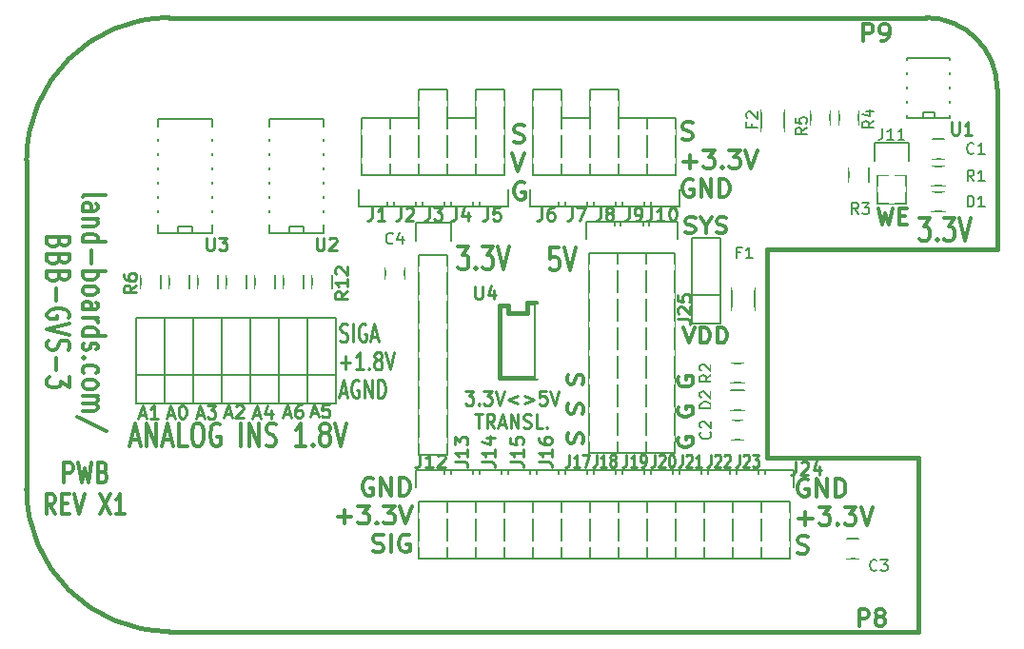
<source format=gto>
G04 #@! TF.FileFunction,Legend,Top*
%FSLAX46Y46*%
G04 Gerber Fmt 4.6, Leading zero omitted, Abs format (unit mm)*
G04 Created by KiCad (PCBNEW (after 2015-mar-04 BZR unknown)-product) date 11/15/2015 8:07:06 PM*
%MOMM*%
G01*
G04 APERTURE LIST*
%ADD10C,0.150000*%
%ADD11C,0.285750*%
%ADD12C,0.304800*%
%ADD13C,0.381000*%
%ADD14C,0.152400*%
%ADD15C,0.127000*%
%ADD16C,0.222250*%
%ADD17R,2.032000X2.032000*%
%ADD18C,2.032000*%
%ADD19C,3.000000*%
%ADD20R,2.058000X0.758000*%
%ADD21R,2.159000X1.107440*%
%ADD22R,1.651000X1.016000*%
%ADD23R,2.540000X2.235200*%
%ADD24O,2.540000X2.235200*%
%ADD25R,1.808000X2.008000*%
%ADD26C,5.080000*%
%ADD27R,2.159000X2.159000*%
%ADD28C,1.808480*%
%ADD29R,2.540000X2.540000*%
%ADD30O,2.540000X2.540000*%
%ADD31R,2.008000X1.808000*%
%ADD32R,2.008000X1.758000*%
%ADD33R,1.758000X2.008000*%
%ADD34R,2.108000X2.508000*%
G04 APERTURE END LIST*
D10*
D11*
X27903714Y-28741310D02*
X28067000Y-28816905D01*
X28339143Y-28816905D01*
X28448000Y-28741310D01*
X28502429Y-28665714D01*
X28556857Y-28514524D01*
X28556857Y-28363333D01*
X28502429Y-28212143D01*
X28448000Y-28136548D01*
X28339143Y-28060952D01*
X28121429Y-27985357D01*
X28012571Y-27909762D01*
X27958143Y-27834167D01*
X27903714Y-27682976D01*
X27903714Y-27531786D01*
X27958143Y-27380595D01*
X28012571Y-27305000D01*
X28121429Y-27229405D01*
X28393571Y-27229405D01*
X28556857Y-27305000D01*
X29046714Y-28816905D02*
X29046714Y-27229405D01*
X30189714Y-27305000D02*
X30080857Y-27229405D01*
X29917571Y-27229405D01*
X29754286Y-27305000D01*
X29645428Y-27456190D01*
X29591000Y-27607381D01*
X29536571Y-27909762D01*
X29536571Y-28136548D01*
X29591000Y-28438929D01*
X29645428Y-28590119D01*
X29754286Y-28741310D01*
X29917571Y-28816905D01*
X30026428Y-28816905D01*
X30189714Y-28741310D01*
X30244143Y-28665714D01*
X30244143Y-28136548D01*
X30026428Y-28136548D01*
X30679571Y-28363333D02*
X31223857Y-28363333D01*
X30570714Y-28816905D02*
X30951714Y-27229405D01*
X31332714Y-28816905D01*
X27958143Y-30720393D02*
X28829000Y-30720393D01*
X28393571Y-31325155D02*
X28393571Y-30115631D01*
X29972000Y-31325155D02*
X29318857Y-31325155D01*
X29645429Y-31325155D02*
X29645429Y-29737655D01*
X29536572Y-29964440D01*
X29427714Y-30115631D01*
X29318857Y-30191226D01*
X30461857Y-31173964D02*
X30516285Y-31249560D01*
X30461857Y-31325155D01*
X30407428Y-31249560D01*
X30461857Y-31173964D01*
X30461857Y-31325155D01*
X31169429Y-30418012D02*
X31060571Y-30342417D01*
X31006143Y-30266821D01*
X30951714Y-30115631D01*
X30951714Y-30040036D01*
X31006143Y-29888845D01*
X31060571Y-29813250D01*
X31169429Y-29737655D01*
X31387143Y-29737655D01*
X31496000Y-29813250D01*
X31550429Y-29888845D01*
X31604857Y-30040036D01*
X31604857Y-30115631D01*
X31550429Y-30266821D01*
X31496000Y-30342417D01*
X31387143Y-30418012D01*
X31169429Y-30418012D01*
X31060571Y-30493607D01*
X31006143Y-30569202D01*
X30951714Y-30720393D01*
X30951714Y-31022774D01*
X31006143Y-31173964D01*
X31060571Y-31249560D01*
X31169429Y-31325155D01*
X31387143Y-31325155D01*
X31496000Y-31249560D01*
X31550429Y-31173964D01*
X31604857Y-31022774D01*
X31604857Y-30720393D01*
X31550429Y-30569202D01*
X31496000Y-30493607D01*
X31387143Y-30418012D01*
X31931428Y-29737655D02*
X32312428Y-31325155D01*
X32693428Y-29737655D01*
X27903714Y-33379833D02*
X28448000Y-33379833D01*
X27794857Y-33833405D02*
X28175857Y-32245905D01*
X28556857Y-33833405D01*
X29536571Y-32321500D02*
X29427714Y-32245905D01*
X29264428Y-32245905D01*
X29101143Y-32321500D01*
X28992285Y-32472690D01*
X28937857Y-32623881D01*
X28883428Y-32926262D01*
X28883428Y-33153048D01*
X28937857Y-33455429D01*
X28992285Y-33606619D01*
X29101143Y-33757810D01*
X29264428Y-33833405D01*
X29373285Y-33833405D01*
X29536571Y-33757810D01*
X29591000Y-33682214D01*
X29591000Y-33153048D01*
X29373285Y-33153048D01*
X30080857Y-33833405D02*
X30080857Y-32245905D01*
X30734000Y-33833405D01*
X30734000Y-32245905D01*
X31278286Y-33833405D02*
X31278286Y-32245905D01*
X31550429Y-32245905D01*
X31713714Y-32321500D01*
X31822572Y-32472690D01*
X31877000Y-32623881D01*
X31931429Y-32926262D01*
X31931429Y-33153048D01*
X31877000Y-33455429D01*
X31822572Y-33606619D01*
X31713714Y-33757810D01*
X31550429Y-33833405D01*
X31278286Y-33833405D01*
D12*
X43355381Y-11069260D02*
X43582167Y-11144855D01*
X43960143Y-11144855D01*
X44111333Y-11069260D01*
X44186929Y-10993664D01*
X44262524Y-10842474D01*
X44262524Y-10691283D01*
X44186929Y-10540093D01*
X44111333Y-10464498D01*
X43960143Y-10388902D01*
X43657762Y-10313307D01*
X43506571Y-10237712D01*
X43430976Y-10162117D01*
X43355381Y-10010926D01*
X43355381Y-9859736D01*
X43430976Y-9708545D01*
X43506571Y-9632950D01*
X43657762Y-9557355D01*
X44035738Y-9557355D01*
X44262524Y-9632950D01*
X43204190Y-12084655D02*
X43733357Y-13672155D01*
X44262524Y-12084655D01*
X44262524Y-14687550D02*
X44111333Y-14611955D01*
X43884548Y-14611955D01*
X43657762Y-14687550D01*
X43506571Y-14838740D01*
X43430976Y-14989931D01*
X43355381Y-15292312D01*
X43355381Y-15519098D01*
X43430976Y-15821479D01*
X43506571Y-15972669D01*
X43657762Y-16123860D01*
X43884548Y-16199455D01*
X44035738Y-16199455D01*
X44262524Y-16123860D01*
X44338119Y-16048264D01*
X44338119Y-15519098D01*
X44035738Y-15519098D01*
D11*
X39043430Y-33197649D02*
X39751001Y-33197649D01*
X39370001Y-33681458D01*
X39533287Y-33681458D01*
X39642144Y-33741935D01*
X39696573Y-33802411D01*
X39751001Y-33923363D01*
X39751001Y-34225744D01*
X39696573Y-34346696D01*
X39642144Y-34407173D01*
X39533287Y-34467649D01*
X39206715Y-34467649D01*
X39097858Y-34407173D01*
X39043430Y-34346696D01*
X40240858Y-34346696D02*
X40295286Y-34407173D01*
X40240858Y-34467649D01*
X40186429Y-34407173D01*
X40240858Y-34346696D01*
X40240858Y-34467649D01*
X40676287Y-33197649D02*
X41383858Y-33197649D01*
X41002858Y-33681458D01*
X41166144Y-33681458D01*
X41275001Y-33741935D01*
X41329430Y-33802411D01*
X41383858Y-33923363D01*
X41383858Y-34225744D01*
X41329430Y-34346696D01*
X41275001Y-34407173D01*
X41166144Y-34467649D01*
X40839572Y-34467649D01*
X40730715Y-34407173D01*
X40676287Y-34346696D01*
X41710429Y-33197649D02*
X42091429Y-34467649D01*
X42472429Y-33197649D01*
X43724286Y-33620982D02*
X42853429Y-33983839D01*
X43724286Y-34346696D01*
X44268572Y-33620982D02*
X45139429Y-33983839D01*
X44268572Y-34346696D01*
X46228001Y-33197649D02*
X45683715Y-33197649D01*
X45629286Y-33802411D01*
X45683715Y-33741935D01*
X45792572Y-33681458D01*
X46064715Y-33681458D01*
X46173572Y-33741935D01*
X46228001Y-33802411D01*
X46282429Y-33923363D01*
X46282429Y-34225744D01*
X46228001Y-34346696D01*
X46173572Y-34407173D01*
X46064715Y-34467649D01*
X45792572Y-34467649D01*
X45683715Y-34407173D01*
X45629286Y-34346696D01*
X46609000Y-33197649D02*
X46990000Y-34467649D01*
X47371000Y-33197649D01*
X39914286Y-35261399D02*
X40567429Y-35261399D01*
X40240858Y-36531399D02*
X40240858Y-35261399D01*
X41601572Y-36531399D02*
X41220572Y-35926637D01*
X40948429Y-36531399D02*
X40948429Y-35261399D01*
X41383857Y-35261399D01*
X41492715Y-35321875D01*
X41547143Y-35382351D01*
X41601572Y-35503304D01*
X41601572Y-35684732D01*
X41547143Y-35805685D01*
X41492715Y-35866161D01*
X41383857Y-35926637D01*
X40948429Y-35926637D01*
X42037000Y-36168542D02*
X42581286Y-36168542D01*
X41928143Y-36531399D02*
X42309143Y-35261399D01*
X42690143Y-36531399D01*
X43071143Y-36531399D02*
X43071143Y-35261399D01*
X43724286Y-36531399D01*
X43724286Y-35261399D01*
X44214143Y-36470923D02*
X44377429Y-36531399D01*
X44649572Y-36531399D01*
X44758429Y-36470923D01*
X44812858Y-36410446D01*
X44867286Y-36289494D01*
X44867286Y-36168542D01*
X44812858Y-36047589D01*
X44758429Y-35987113D01*
X44649572Y-35926637D01*
X44431858Y-35866161D01*
X44323000Y-35805685D01*
X44268572Y-35745208D01*
X44214143Y-35624256D01*
X44214143Y-35503304D01*
X44268572Y-35382351D01*
X44323000Y-35321875D01*
X44431858Y-35261399D01*
X44704000Y-35261399D01*
X44867286Y-35321875D01*
X45901429Y-36531399D02*
X45357143Y-36531399D01*
X45357143Y-35261399D01*
X46282429Y-36410446D02*
X46336857Y-36470923D01*
X46282429Y-36531399D01*
X46228000Y-36470923D01*
X46282429Y-36410446D01*
X46282429Y-36531399D01*
D12*
X49460452Y-37846000D02*
X49526976Y-37628286D01*
X49526976Y-37265429D01*
X49460452Y-37120286D01*
X49393929Y-37047715D01*
X49260881Y-36975143D01*
X49127833Y-36975143D01*
X48994786Y-37047715D01*
X48928262Y-37120286D01*
X48861738Y-37265429D01*
X48795214Y-37555715D01*
X48728690Y-37700857D01*
X48662167Y-37773429D01*
X48529119Y-37846000D01*
X48396071Y-37846000D01*
X48263024Y-37773429D01*
X48196500Y-37700857D01*
X48129976Y-37555715D01*
X48129976Y-37192857D01*
X48196500Y-36975143D01*
X49460452Y-35233428D02*
X49526976Y-35015714D01*
X49526976Y-34652857D01*
X49460452Y-34507714D01*
X49393929Y-34435143D01*
X49260881Y-34362571D01*
X49127833Y-34362571D01*
X48994786Y-34435143D01*
X48928262Y-34507714D01*
X48861738Y-34652857D01*
X48795214Y-34943143D01*
X48728690Y-35088285D01*
X48662167Y-35160857D01*
X48529119Y-35233428D01*
X48396071Y-35233428D01*
X48263024Y-35160857D01*
X48196500Y-35088285D01*
X48129976Y-34943143D01*
X48129976Y-34580285D01*
X48196500Y-34362571D01*
X49460452Y-32620856D02*
X49526976Y-32403142D01*
X49526976Y-32040285D01*
X49460452Y-31895142D01*
X49393929Y-31822571D01*
X49260881Y-31749999D01*
X49127833Y-31749999D01*
X48994786Y-31822571D01*
X48928262Y-31895142D01*
X48861738Y-32040285D01*
X48795214Y-32330571D01*
X48728690Y-32475713D01*
X48662167Y-32548285D01*
X48529119Y-32620856D01*
X48396071Y-32620856D01*
X48263024Y-32548285D01*
X48196500Y-32475713D01*
X48129976Y-32330571D01*
X48129976Y-31967713D01*
X48196500Y-31749999D01*
X57975500Y-37338000D02*
X57908976Y-37483143D01*
X57908976Y-37700857D01*
X57975500Y-37918572D01*
X58108548Y-38063714D01*
X58241595Y-38136286D01*
X58507690Y-38208857D01*
X58707262Y-38208857D01*
X58973357Y-38136286D01*
X59106405Y-38063714D01*
X59239452Y-37918572D01*
X59305976Y-37700857D01*
X59305976Y-37555714D01*
X59239452Y-37338000D01*
X59172929Y-37265429D01*
X58707262Y-37265429D01*
X58707262Y-37555714D01*
X57975500Y-34652857D02*
X57908976Y-34798000D01*
X57908976Y-35015714D01*
X57975500Y-35233429D01*
X58108548Y-35378571D01*
X58241595Y-35451143D01*
X58507690Y-35523714D01*
X58707262Y-35523714D01*
X58973357Y-35451143D01*
X59106405Y-35378571D01*
X59239452Y-35233429D01*
X59305976Y-35015714D01*
X59305976Y-34870571D01*
X59239452Y-34652857D01*
X59172929Y-34580286D01*
X58707262Y-34580286D01*
X58707262Y-34870571D01*
X57975500Y-31967714D02*
X57908976Y-32112857D01*
X57908976Y-32330571D01*
X57975500Y-32548286D01*
X58108548Y-32693428D01*
X58241595Y-32766000D01*
X58507690Y-32838571D01*
X58707262Y-32838571D01*
X58973357Y-32766000D01*
X59106405Y-32693428D01*
X59239452Y-32548286D01*
X59305976Y-32330571D01*
X59305976Y-32185428D01*
X59239452Y-31967714D01*
X59172929Y-31895143D01*
X58707262Y-31895143D01*
X58707262Y-32185428D01*
X47334714Y-20477238D02*
X46609000Y-20477238D01*
X46536429Y-21444857D01*
X46609000Y-21348095D01*
X46754143Y-21251333D01*
X47117000Y-21251333D01*
X47262143Y-21348095D01*
X47334714Y-21444857D01*
X47407286Y-21638381D01*
X47407286Y-22122190D01*
X47334714Y-22315714D01*
X47262143Y-22412476D01*
X47117000Y-22509238D01*
X46754143Y-22509238D01*
X46609000Y-22412476D01*
X46536429Y-22315714D01*
X47842715Y-20477238D02*
X48350715Y-22509238D01*
X48858715Y-20477238D01*
X38390285Y-20350238D02*
X39333714Y-20350238D01*
X38825714Y-21124333D01*
X39043428Y-21124333D01*
X39188571Y-21221095D01*
X39261142Y-21317857D01*
X39333714Y-21511381D01*
X39333714Y-21995190D01*
X39261142Y-22188714D01*
X39188571Y-22285476D01*
X39043428Y-22382238D01*
X38608000Y-22382238D01*
X38462857Y-22285476D01*
X38390285Y-22188714D01*
X39986857Y-22188714D02*
X40059429Y-22285476D01*
X39986857Y-22382238D01*
X39914286Y-22285476D01*
X39986857Y-22188714D01*
X39986857Y-22382238D01*
X40567428Y-20350238D02*
X41510857Y-20350238D01*
X41002857Y-21124333D01*
X41220571Y-21124333D01*
X41365714Y-21221095D01*
X41438285Y-21317857D01*
X41510857Y-21511381D01*
X41510857Y-21995190D01*
X41438285Y-22188714D01*
X41365714Y-22285476D01*
X41220571Y-22382238D01*
X40785143Y-22382238D01*
X40640000Y-22285476D01*
X40567428Y-22188714D01*
X41946286Y-20350238D02*
X42454286Y-22382238D01*
X42962286Y-20350238D01*
X9289143Y-37549667D02*
X10014857Y-37549667D01*
X9144000Y-38130238D02*
X9652000Y-36098238D01*
X10160000Y-38130238D01*
X10668000Y-38130238D02*
X10668000Y-36098238D01*
X11538857Y-38130238D01*
X11538857Y-36098238D01*
X12192000Y-37549667D02*
X12917714Y-37549667D01*
X12046857Y-38130238D02*
X12554857Y-36098238D01*
X13062857Y-38130238D01*
X14296571Y-38130238D02*
X13570857Y-38130238D01*
X13570857Y-36098238D01*
X15094857Y-36098238D02*
X15385143Y-36098238D01*
X15530285Y-36195000D01*
X15675428Y-36388524D01*
X15748000Y-36775571D01*
X15748000Y-37452905D01*
X15675428Y-37839952D01*
X15530285Y-38033476D01*
X15385143Y-38130238D01*
X15094857Y-38130238D01*
X14949714Y-38033476D01*
X14804571Y-37839952D01*
X14732000Y-37452905D01*
X14732000Y-36775571D01*
X14804571Y-36388524D01*
X14949714Y-36195000D01*
X15094857Y-36098238D01*
X17199428Y-36195000D02*
X17054285Y-36098238D01*
X16836571Y-36098238D01*
X16618856Y-36195000D01*
X16473714Y-36388524D01*
X16401142Y-36582048D01*
X16328571Y-36969095D01*
X16328571Y-37259381D01*
X16401142Y-37646429D01*
X16473714Y-37839952D01*
X16618856Y-38033476D01*
X16836571Y-38130238D01*
X16981714Y-38130238D01*
X17199428Y-38033476D01*
X17271999Y-37936714D01*
X17271999Y-37259381D01*
X16981714Y-37259381D01*
X19086285Y-38130238D02*
X19086285Y-36098238D01*
X19811999Y-38130238D02*
X19811999Y-36098238D01*
X20682856Y-38130238D01*
X20682856Y-36098238D01*
X21335999Y-38033476D02*
X21553713Y-38130238D01*
X21916570Y-38130238D01*
X22061713Y-38033476D01*
X22134284Y-37936714D01*
X22206856Y-37743190D01*
X22206856Y-37549667D01*
X22134284Y-37356143D01*
X22061713Y-37259381D01*
X21916570Y-37162619D01*
X21626284Y-37065857D01*
X21481142Y-36969095D01*
X21408570Y-36872333D01*
X21335999Y-36678810D01*
X21335999Y-36485286D01*
X21408570Y-36291762D01*
X21481142Y-36195000D01*
X21626284Y-36098238D01*
X21989142Y-36098238D01*
X22206856Y-36195000D01*
X24819428Y-38130238D02*
X23948571Y-38130238D01*
X24383999Y-38130238D02*
X24383999Y-36098238D01*
X24238856Y-36388524D01*
X24093714Y-36582048D01*
X23948571Y-36678810D01*
X25472571Y-37936714D02*
X25545143Y-38033476D01*
X25472571Y-38130238D01*
X25400000Y-38033476D01*
X25472571Y-37936714D01*
X25472571Y-38130238D01*
X26415999Y-36969095D02*
X26270857Y-36872333D01*
X26198285Y-36775571D01*
X26125714Y-36582048D01*
X26125714Y-36485286D01*
X26198285Y-36291762D01*
X26270857Y-36195000D01*
X26415999Y-36098238D01*
X26706285Y-36098238D01*
X26851428Y-36195000D01*
X26923999Y-36291762D01*
X26996571Y-36485286D01*
X26996571Y-36582048D01*
X26923999Y-36775571D01*
X26851428Y-36872333D01*
X26706285Y-36969095D01*
X26415999Y-36969095D01*
X26270857Y-37065857D01*
X26198285Y-37162619D01*
X26125714Y-37356143D01*
X26125714Y-37743190D01*
X26198285Y-37936714D01*
X26270857Y-38033476D01*
X26415999Y-38130238D01*
X26706285Y-38130238D01*
X26851428Y-38033476D01*
X26923999Y-37936714D01*
X26996571Y-37743190D01*
X26996571Y-37356143D01*
X26923999Y-37162619D01*
X26851428Y-37065857D01*
X26706285Y-36969095D01*
X27432000Y-36098238D02*
X27940000Y-38130238D01*
X28448000Y-36098238D01*
X58341381Y-10815260D02*
X58568167Y-10890855D01*
X58946143Y-10890855D01*
X59097333Y-10815260D01*
X59172929Y-10739664D01*
X59248524Y-10588474D01*
X59248524Y-10437283D01*
X59172929Y-10286093D01*
X59097333Y-10210498D01*
X58946143Y-10134902D01*
X58643762Y-10059307D01*
X58492571Y-9983712D01*
X58416976Y-9908117D01*
X58341381Y-9756926D01*
X58341381Y-9605736D01*
X58416976Y-9454545D01*
X58492571Y-9378950D01*
X58643762Y-9303355D01*
X59021738Y-9303355D01*
X59248524Y-9378950D01*
X58416976Y-12813393D02*
X59626500Y-12813393D01*
X59021738Y-13418155D02*
X59021738Y-12208631D01*
X60231262Y-11830655D02*
X61214000Y-11830655D01*
X60684833Y-12435417D01*
X60911619Y-12435417D01*
X61062809Y-12511012D01*
X61138405Y-12586607D01*
X61214000Y-12737798D01*
X61214000Y-13115774D01*
X61138405Y-13266964D01*
X61062809Y-13342560D01*
X60911619Y-13418155D01*
X60458047Y-13418155D01*
X60306857Y-13342560D01*
X60231262Y-13266964D01*
X61894357Y-13266964D02*
X61969952Y-13342560D01*
X61894357Y-13418155D01*
X61818762Y-13342560D01*
X61894357Y-13266964D01*
X61894357Y-13418155D01*
X62499119Y-11830655D02*
X63481857Y-11830655D01*
X62952690Y-12435417D01*
X63179476Y-12435417D01*
X63330666Y-12511012D01*
X63406262Y-12586607D01*
X63481857Y-12737798D01*
X63481857Y-13115774D01*
X63406262Y-13266964D01*
X63330666Y-13342560D01*
X63179476Y-13418155D01*
X62725904Y-13418155D01*
X62574714Y-13342560D01*
X62499119Y-13266964D01*
X63935428Y-11830655D02*
X64464595Y-13418155D01*
X64993762Y-11830655D01*
X59248524Y-14433550D02*
X59097333Y-14357955D01*
X58870548Y-14357955D01*
X58643762Y-14433550D01*
X58492571Y-14584740D01*
X58416976Y-14735931D01*
X58341381Y-15038312D01*
X58341381Y-15265098D01*
X58416976Y-15567479D01*
X58492571Y-15718669D01*
X58643762Y-15869860D01*
X58870548Y-15945455D01*
X59021738Y-15945455D01*
X59248524Y-15869860D01*
X59324119Y-15794264D01*
X59324119Y-15265098D01*
X59021738Y-15265098D01*
X60004476Y-15945455D02*
X60004476Y-14357955D01*
X60911619Y-15945455D01*
X60911619Y-14357955D01*
X61667571Y-15945455D02*
X61667571Y-14357955D01*
X62045547Y-14357955D01*
X62272333Y-14433550D01*
X62423524Y-14584740D01*
X62499119Y-14735931D01*
X62574714Y-15038312D01*
X62574714Y-15265098D01*
X62499119Y-15567479D01*
X62423524Y-15718669D01*
X62272333Y-15869860D01*
X62045547Y-15945455D01*
X61667571Y-15945455D01*
X69535524Y-41128950D02*
X69384333Y-41053355D01*
X69157548Y-41053355D01*
X68930762Y-41128950D01*
X68779571Y-41280140D01*
X68703976Y-41431331D01*
X68628381Y-41733712D01*
X68628381Y-41960498D01*
X68703976Y-42262879D01*
X68779571Y-42414069D01*
X68930762Y-42565260D01*
X69157548Y-42640855D01*
X69308738Y-42640855D01*
X69535524Y-42565260D01*
X69611119Y-42489664D01*
X69611119Y-41960498D01*
X69308738Y-41960498D01*
X70291476Y-42640855D02*
X70291476Y-41053355D01*
X71198619Y-42640855D01*
X71198619Y-41053355D01*
X71954571Y-42640855D02*
X71954571Y-41053355D01*
X72332547Y-41053355D01*
X72559333Y-41128950D01*
X72710524Y-41280140D01*
X72786119Y-41431331D01*
X72861714Y-41733712D01*
X72861714Y-41960498D01*
X72786119Y-42262879D01*
X72710524Y-42414069D01*
X72559333Y-42565260D01*
X72332547Y-42640855D01*
X71954571Y-42640855D01*
X68703976Y-44563393D02*
X69913500Y-44563393D01*
X69308738Y-45168155D02*
X69308738Y-43958631D01*
X70518262Y-43580655D02*
X71501000Y-43580655D01*
X70971833Y-44185417D01*
X71198619Y-44185417D01*
X71349809Y-44261012D01*
X71425405Y-44336607D01*
X71501000Y-44487798D01*
X71501000Y-44865774D01*
X71425405Y-45016964D01*
X71349809Y-45092560D01*
X71198619Y-45168155D01*
X70745047Y-45168155D01*
X70593857Y-45092560D01*
X70518262Y-45016964D01*
X72181357Y-45016964D02*
X72256952Y-45092560D01*
X72181357Y-45168155D01*
X72105762Y-45092560D01*
X72181357Y-45016964D01*
X72181357Y-45168155D01*
X72786119Y-43580655D02*
X73768857Y-43580655D01*
X73239690Y-44185417D01*
X73466476Y-44185417D01*
X73617666Y-44261012D01*
X73693262Y-44336607D01*
X73768857Y-44487798D01*
X73768857Y-44865774D01*
X73693262Y-45016964D01*
X73617666Y-45092560D01*
X73466476Y-45168155D01*
X73012904Y-45168155D01*
X72861714Y-45092560D01*
X72786119Y-45016964D01*
X74222428Y-43580655D02*
X74751595Y-45168155D01*
X75280762Y-43580655D01*
X68628381Y-47619860D02*
X68855167Y-47695455D01*
X69233143Y-47695455D01*
X69384333Y-47619860D01*
X69459929Y-47544264D01*
X69535524Y-47393074D01*
X69535524Y-47241883D01*
X69459929Y-47090693D01*
X69384333Y-47015098D01*
X69233143Y-46939502D01*
X68930762Y-46863907D01*
X68779571Y-46788312D01*
X68703976Y-46712717D01*
X68628381Y-46561526D01*
X68628381Y-46410336D01*
X68703976Y-46259145D01*
X68779571Y-46183550D01*
X68930762Y-46107955D01*
X69308738Y-46107955D01*
X69535524Y-46183550D01*
X30788429Y-41001950D02*
X30637238Y-40926355D01*
X30410453Y-40926355D01*
X30183667Y-41001950D01*
X30032476Y-41153140D01*
X29956881Y-41304331D01*
X29881286Y-41606712D01*
X29881286Y-41833498D01*
X29956881Y-42135879D01*
X30032476Y-42287069D01*
X30183667Y-42438260D01*
X30410453Y-42513855D01*
X30561643Y-42513855D01*
X30788429Y-42438260D01*
X30864024Y-42362664D01*
X30864024Y-41833498D01*
X30561643Y-41833498D01*
X31544381Y-42513855D02*
X31544381Y-40926355D01*
X32451524Y-42513855D01*
X32451524Y-40926355D01*
X33207476Y-42513855D02*
X33207476Y-40926355D01*
X33585452Y-40926355D01*
X33812238Y-41001950D01*
X33963429Y-41153140D01*
X34039024Y-41304331D01*
X34114619Y-41606712D01*
X34114619Y-41833498D01*
X34039024Y-42135879D01*
X33963429Y-42287069D01*
X33812238Y-42438260D01*
X33585452Y-42513855D01*
X33207476Y-42513855D01*
X27689024Y-44436393D02*
X28898548Y-44436393D01*
X28293786Y-45041155D02*
X28293786Y-43831631D01*
X29503310Y-43453655D02*
X30486048Y-43453655D01*
X29956881Y-44058417D01*
X30183667Y-44058417D01*
X30334857Y-44134012D01*
X30410453Y-44209607D01*
X30486048Y-44360798D01*
X30486048Y-44738774D01*
X30410453Y-44889964D01*
X30334857Y-44965560D01*
X30183667Y-45041155D01*
X29730095Y-45041155D01*
X29578905Y-44965560D01*
X29503310Y-44889964D01*
X31166405Y-44889964D02*
X31242000Y-44965560D01*
X31166405Y-45041155D01*
X31090810Y-44965560D01*
X31166405Y-44889964D01*
X31166405Y-45041155D01*
X31771167Y-43453655D02*
X32753905Y-43453655D01*
X32224738Y-44058417D01*
X32451524Y-44058417D01*
X32602714Y-44134012D01*
X32678310Y-44209607D01*
X32753905Y-44360798D01*
X32753905Y-44738774D01*
X32678310Y-44889964D01*
X32602714Y-44965560D01*
X32451524Y-45041155D01*
X31997952Y-45041155D01*
X31846762Y-44965560D01*
X31771167Y-44889964D01*
X33207476Y-43453655D02*
X33736643Y-45041155D01*
X34265810Y-43453655D01*
X30864024Y-47492860D02*
X31090810Y-47568455D01*
X31468786Y-47568455D01*
X31619976Y-47492860D01*
X31695572Y-47417264D01*
X31771167Y-47266074D01*
X31771167Y-47114883D01*
X31695572Y-46963693D01*
X31619976Y-46888098D01*
X31468786Y-46812502D01*
X31166405Y-46736907D01*
X31015214Y-46661312D01*
X30939619Y-46585717D01*
X30864024Y-46434526D01*
X30864024Y-46283336D01*
X30939619Y-46132145D01*
X31015214Y-46056550D01*
X31166405Y-45980955D01*
X31544381Y-45980955D01*
X31771167Y-46056550D01*
X32451524Y-47568455D02*
X32451524Y-45980955D01*
X34039024Y-46056550D02*
X33887833Y-45980955D01*
X33661048Y-45980955D01*
X33434262Y-46056550D01*
X33283071Y-46207740D01*
X33207476Y-46358931D01*
X33131881Y-46661312D01*
X33131881Y-46888098D01*
X33207476Y-47190479D01*
X33283071Y-47341669D01*
X33434262Y-47492860D01*
X33661048Y-47568455D01*
X33812238Y-47568455D01*
X34039024Y-47492860D01*
X34114619Y-47417264D01*
X34114619Y-46888098D01*
X33812238Y-46888098D01*
X74059143Y-54156429D02*
X74059143Y-52632429D01*
X74639715Y-52632429D01*
X74784857Y-52705000D01*
X74857429Y-52777571D01*
X74930000Y-52922714D01*
X74930000Y-53140429D01*
X74857429Y-53285571D01*
X74784857Y-53358143D01*
X74639715Y-53430714D01*
X74059143Y-53430714D01*
X75800857Y-53285571D02*
X75655715Y-53213000D01*
X75583143Y-53140429D01*
X75510572Y-52995286D01*
X75510572Y-52922714D01*
X75583143Y-52777571D01*
X75655715Y-52705000D01*
X75800857Y-52632429D01*
X76091143Y-52632429D01*
X76236286Y-52705000D01*
X76308857Y-52777571D01*
X76381429Y-52922714D01*
X76381429Y-52995286D01*
X76308857Y-53140429D01*
X76236286Y-53213000D01*
X76091143Y-53285571D01*
X75800857Y-53285571D01*
X75655715Y-53358143D01*
X75583143Y-53430714D01*
X75510572Y-53575857D01*
X75510572Y-53866143D01*
X75583143Y-54011286D01*
X75655715Y-54083857D01*
X75800857Y-54156429D01*
X76091143Y-54156429D01*
X76236286Y-54083857D01*
X76308857Y-54011286D01*
X76381429Y-53866143D01*
X76381429Y-53575857D01*
X76308857Y-53430714D01*
X76236286Y-53358143D01*
X76091143Y-53285571D01*
X74440143Y-2086429D02*
X74440143Y-562429D01*
X75020715Y-562429D01*
X75165857Y-635000D01*
X75238429Y-707571D01*
X75311000Y-852714D01*
X75311000Y-1070429D01*
X75238429Y-1215571D01*
X75165857Y-1288143D01*
X75020715Y-1360714D01*
X74440143Y-1360714D01*
X76036715Y-2086429D02*
X76327000Y-2086429D01*
X76472143Y-2013857D01*
X76544715Y-1941286D01*
X76689857Y-1723571D01*
X76762429Y-1433286D01*
X76762429Y-852714D01*
X76689857Y-707571D01*
X76617286Y-635000D01*
X76472143Y-562429D01*
X76181857Y-562429D01*
X76036715Y-635000D01*
X75964143Y-707571D01*
X75891572Y-852714D01*
X75891572Y-1215571D01*
X75964143Y-1360714D01*
X76036715Y-1433286D01*
X76181857Y-1505857D01*
X76472143Y-1505857D01*
X76617286Y-1433286D01*
X76689857Y-1360714D01*
X76762429Y-1215571D01*
X58420000Y-27555976D02*
X58928000Y-28952976D01*
X59436000Y-27555976D01*
X59944000Y-28952976D02*
X59944000Y-27555976D01*
X60306857Y-27555976D01*
X60524572Y-27622500D01*
X60669714Y-27755548D01*
X60742286Y-27888595D01*
X60814857Y-28154690D01*
X60814857Y-28354262D01*
X60742286Y-28620357D01*
X60669714Y-28753405D01*
X60524572Y-28886452D01*
X60306857Y-28952976D01*
X59944000Y-28952976D01*
X61468000Y-28952976D02*
X61468000Y-27555976D01*
X61830857Y-27555976D01*
X62048572Y-27622500D01*
X62193714Y-27755548D01*
X62266286Y-27888595D01*
X62338857Y-28154690D01*
X62338857Y-28354262D01*
X62266286Y-28620357D01*
X62193714Y-28753405D01*
X62048572Y-28886452D01*
X61830857Y-28952976D01*
X61468000Y-28952976D01*
X58637714Y-19107452D02*
X58855428Y-19173976D01*
X59218285Y-19173976D01*
X59363428Y-19107452D01*
X59435999Y-19040929D01*
X59508571Y-18907881D01*
X59508571Y-18774833D01*
X59435999Y-18641786D01*
X59363428Y-18575262D01*
X59218285Y-18508738D01*
X58927999Y-18442214D01*
X58782857Y-18375690D01*
X58710285Y-18309167D01*
X58637714Y-18176119D01*
X58637714Y-18043071D01*
X58710285Y-17910024D01*
X58782857Y-17843500D01*
X58927999Y-17776976D01*
X59290857Y-17776976D01*
X59508571Y-17843500D01*
X60452000Y-18508738D02*
X60452000Y-19173976D01*
X59944000Y-17776976D02*
X60452000Y-18508738D01*
X60960000Y-17776976D01*
X61395429Y-19107452D02*
X61613143Y-19173976D01*
X61976000Y-19173976D01*
X62121143Y-19107452D01*
X62193714Y-19040929D01*
X62266286Y-18907881D01*
X62266286Y-18774833D01*
X62193714Y-18641786D01*
X62121143Y-18575262D01*
X61976000Y-18508738D01*
X61685714Y-18442214D01*
X61540572Y-18375690D01*
X61468000Y-18309167D01*
X61395429Y-18176119D01*
X61395429Y-18043071D01*
X61468000Y-17910024D01*
X61540572Y-17843500D01*
X61685714Y-17776976D01*
X62048572Y-17776976D01*
X62266286Y-17843500D01*
X75746429Y-17014976D02*
X76109286Y-18411976D01*
X76399572Y-17414119D01*
X76689858Y-18411976D01*
X77052715Y-17014976D01*
X77633286Y-17680214D02*
X78141286Y-17680214D01*
X78359000Y-18411976D02*
X77633286Y-18411976D01*
X77633286Y-17014976D01*
X78359000Y-17014976D01*
D13*
X29464000Y0D02*
X29591000Y0D01*
X17018000Y0D02*
X17145000Y0D01*
D12*
X79411285Y-17810238D02*
X80354714Y-17810238D01*
X79846714Y-18584333D01*
X80064428Y-18584333D01*
X80209571Y-18681095D01*
X80282142Y-18777857D01*
X80354714Y-18971381D01*
X80354714Y-19455190D01*
X80282142Y-19648714D01*
X80209571Y-19745476D01*
X80064428Y-19842238D01*
X79629000Y-19842238D01*
X79483857Y-19745476D01*
X79411285Y-19648714D01*
X81007857Y-19648714D02*
X81080429Y-19745476D01*
X81007857Y-19842238D01*
X80935286Y-19745476D01*
X81007857Y-19648714D01*
X81007857Y-19842238D01*
X81588428Y-17810238D02*
X82531857Y-17810238D01*
X82023857Y-18584333D01*
X82241571Y-18584333D01*
X82386714Y-18681095D01*
X82459285Y-18777857D01*
X82531857Y-18971381D01*
X82531857Y-19455190D01*
X82459285Y-19648714D01*
X82386714Y-19745476D01*
X82241571Y-19842238D01*
X81806143Y-19842238D01*
X81661000Y-19745476D01*
X81588428Y-19648714D01*
X82967286Y-17810238D02*
X83475286Y-19842238D01*
X83983286Y-17810238D01*
X3344334Y-41317333D02*
X3344334Y-39539333D01*
X3876525Y-39539333D01*
X4009572Y-39624000D01*
X4076096Y-39708667D01*
X4142620Y-39878000D01*
X4142620Y-40132000D01*
X4076096Y-40301333D01*
X4009572Y-40386000D01*
X3876525Y-40470667D01*
X3344334Y-40470667D01*
X4608286Y-39539333D02*
X4940905Y-41317333D01*
X5207001Y-40047333D01*
X5473096Y-41317333D01*
X5805715Y-39539333D01*
X6803572Y-40386000D02*
X7003143Y-40470667D01*
X7069667Y-40555333D01*
X7136191Y-40724667D01*
X7136191Y-40978667D01*
X7069667Y-41148000D01*
X7003143Y-41232667D01*
X6870096Y-41317333D01*
X6337905Y-41317333D01*
X6337905Y-39539333D01*
X6803572Y-39539333D01*
X6936619Y-39624000D01*
X7003143Y-39708667D01*
X7069667Y-39878000D01*
X7069667Y-40047333D01*
X7003143Y-40216667D01*
X6936619Y-40301333D01*
X6803572Y-40386000D01*
X6337905Y-40386000D01*
X2546048Y-44111333D02*
X2080381Y-43264667D01*
X1747762Y-44111333D02*
X1747762Y-42333333D01*
X2279953Y-42333333D01*
X2413000Y-42418000D01*
X2479524Y-42502667D01*
X2546048Y-42672000D01*
X2546048Y-42926000D01*
X2479524Y-43095333D01*
X2413000Y-43180000D01*
X2279953Y-43264667D01*
X1747762Y-43264667D01*
X3144762Y-43180000D02*
X3610429Y-43180000D01*
X3810000Y-44111333D02*
X3144762Y-44111333D01*
X3144762Y-42333333D01*
X3810000Y-42333333D01*
X4209143Y-42333333D02*
X4674809Y-44111333D01*
X5140476Y-42333333D01*
X6537476Y-42333333D02*
X7468810Y-44111333D01*
X7468810Y-42333333D02*
X6537476Y-44111333D01*
X8732762Y-44111333D02*
X7934476Y-44111333D01*
X8333619Y-44111333D02*
X8333619Y-42333333D01*
X8200571Y-42587333D01*
X8067524Y-42756667D01*
X7934476Y-42841333D01*
X4973562Y-15965715D02*
X5070324Y-15820573D01*
X5263848Y-15748001D01*
X7005562Y-15748001D01*
X4973562Y-17199430D02*
X6037943Y-17199430D01*
X6231467Y-17126859D01*
X6328229Y-16981716D01*
X6328229Y-16691430D01*
X6231467Y-16546287D01*
X5070324Y-17199430D02*
X4973562Y-17054287D01*
X4973562Y-16691430D01*
X5070324Y-16546287D01*
X5263848Y-16473716D01*
X5457371Y-16473716D01*
X5650895Y-16546287D01*
X5747657Y-16691430D01*
X5747657Y-17054287D01*
X5844419Y-17199430D01*
X6328229Y-17925144D02*
X4973562Y-17925144D01*
X6134705Y-17925144D02*
X6231467Y-17997716D01*
X6328229Y-18142858D01*
X6328229Y-18360573D01*
X6231467Y-18505716D01*
X6037943Y-18578287D01*
X4973562Y-18578287D01*
X4973562Y-19957144D02*
X7005562Y-19957144D01*
X5070324Y-19957144D02*
X4973562Y-19812001D01*
X4973562Y-19521715D01*
X5070324Y-19376573D01*
X5167086Y-19304001D01*
X5360610Y-19231430D01*
X5941181Y-19231430D01*
X6134705Y-19304001D01*
X6231467Y-19376573D01*
X6328229Y-19521715D01*
X6328229Y-19812001D01*
X6231467Y-19957144D01*
X5747657Y-20682858D02*
X5747657Y-21844001D01*
X4973562Y-22569715D02*
X7005562Y-22569715D01*
X6231467Y-22569715D02*
X6328229Y-22714858D01*
X6328229Y-23005144D01*
X6231467Y-23150287D01*
X6134705Y-23222858D01*
X5941181Y-23295429D01*
X5360610Y-23295429D01*
X5167086Y-23222858D01*
X5070324Y-23150287D01*
X4973562Y-23005144D01*
X4973562Y-22714858D01*
X5070324Y-22569715D01*
X4973562Y-24166286D02*
X5070324Y-24021144D01*
X5167086Y-23948572D01*
X5360610Y-23876001D01*
X5941181Y-23876001D01*
X6134705Y-23948572D01*
X6231467Y-24021144D01*
X6328229Y-24166286D01*
X6328229Y-24384001D01*
X6231467Y-24529144D01*
X6134705Y-24601715D01*
X5941181Y-24674286D01*
X5360610Y-24674286D01*
X5167086Y-24601715D01*
X5070324Y-24529144D01*
X4973562Y-24384001D01*
X4973562Y-24166286D01*
X4973562Y-25980572D02*
X6037943Y-25980572D01*
X6231467Y-25908001D01*
X6328229Y-25762858D01*
X6328229Y-25472572D01*
X6231467Y-25327429D01*
X5070324Y-25980572D02*
X4973562Y-25835429D01*
X4973562Y-25472572D01*
X5070324Y-25327429D01*
X5263848Y-25254858D01*
X5457371Y-25254858D01*
X5650895Y-25327429D01*
X5747657Y-25472572D01*
X5747657Y-25835429D01*
X5844419Y-25980572D01*
X4973562Y-26706286D02*
X6328229Y-26706286D01*
X5941181Y-26706286D02*
X6134705Y-26778858D01*
X6231467Y-26851429D01*
X6328229Y-26996572D01*
X6328229Y-27141715D01*
X4973562Y-28302858D02*
X7005562Y-28302858D01*
X5070324Y-28302858D02*
X4973562Y-28157715D01*
X4973562Y-27867429D01*
X5070324Y-27722287D01*
X5167086Y-27649715D01*
X5360610Y-27577144D01*
X5941181Y-27577144D01*
X6134705Y-27649715D01*
X6231467Y-27722287D01*
X6328229Y-27867429D01*
X6328229Y-28157715D01*
X6231467Y-28302858D01*
X5070324Y-28956001D02*
X4973562Y-29101144D01*
X4973562Y-29391429D01*
X5070324Y-29536572D01*
X5263848Y-29609144D01*
X5360610Y-29609144D01*
X5554133Y-29536572D01*
X5650895Y-29391429D01*
X5650895Y-29173715D01*
X5747657Y-29028572D01*
X5941181Y-28956001D01*
X6037943Y-28956001D01*
X6231467Y-29028572D01*
X6328229Y-29173715D01*
X6328229Y-29391429D01*
X6231467Y-29536572D01*
X5167086Y-30262286D02*
X5070324Y-30334858D01*
X4973562Y-30262286D01*
X5070324Y-30189715D01*
X5167086Y-30262286D01*
X4973562Y-30262286D01*
X5070324Y-31641143D02*
X4973562Y-31496000D01*
X4973562Y-31205714D01*
X5070324Y-31060572D01*
X5167086Y-30988000D01*
X5360610Y-30915429D01*
X5941181Y-30915429D01*
X6134705Y-30988000D01*
X6231467Y-31060572D01*
X6328229Y-31205714D01*
X6328229Y-31496000D01*
X6231467Y-31641143D01*
X4973562Y-32512000D02*
X5070324Y-32366858D01*
X5167086Y-32294286D01*
X5360610Y-32221715D01*
X5941181Y-32221715D01*
X6134705Y-32294286D01*
X6231467Y-32366858D01*
X6328229Y-32512000D01*
X6328229Y-32729715D01*
X6231467Y-32874858D01*
X6134705Y-32947429D01*
X5941181Y-33020000D01*
X5360610Y-33020000D01*
X5167086Y-32947429D01*
X5070324Y-32874858D01*
X4973562Y-32729715D01*
X4973562Y-32512000D01*
X4973562Y-33673143D02*
X6328229Y-33673143D01*
X6134705Y-33673143D02*
X6231467Y-33745715D01*
X6328229Y-33890857D01*
X6328229Y-34108572D01*
X6231467Y-34253715D01*
X6037943Y-34326286D01*
X4973562Y-34326286D01*
X6037943Y-34326286D02*
X6231467Y-34398857D01*
X6328229Y-34544000D01*
X6328229Y-34761715D01*
X6231467Y-34906857D01*
X6037943Y-34979429D01*
X4973562Y-34979429D01*
X7102324Y-36793715D02*
X4489752Y-35487429D01*
X2888343Y-19993428D02*
X2791581Y-20211142D01*
X2694819Y-20283714D01*
X2501295Y-20356285D01*
X2211010Y-20356285D01*
X2017486Y-20283714D01*
X1920724Y-20211142D01*
X1823962Y-20066000D01*
X1823962Y-19485428D01*
X3855962Y-19485428D01*
X3855962Y-19993428D01*
X3759200Y-20138571D01*
X3662438Y-20211142D01*
X3468914Y-20283714D01*
X3275390Y-20283714D01*
X3081867Y-20211142D01*
X2985105Y-20138571D01*
X2888343Y-19993428D01*
X2888343Y-19485428D01*
X2888343Y-21517428D02*
X2791581Y-21735142D01*
X2694819Y-21807714D01*
X2501295Y-21880285D01*
X2211010Y-21880285D01*
X2017486Y-21807714D01*
X1920724Y-21735142D01*
X1823962Y-21590000D01*
X1823962Y-21009428D01*
X3855962Y-21009428D01*
X3855962Y-21517428D01*
X3759200Y-21662571D01*
X3662438Y-21735142D01*
X3468914Y-21807714D01*
X3275390Y-21807714D01*
X3081867Y-21735142D01*
X2985105Y-21662571D01*
X2888343Y-21517428D01*
X2888343Y-21009428D01*
X2888343Y-23041428D02*
X2791581Y-23259142D01*
X2694819Y-23331714D01*
X2501295Y-23404285D01*
X2211010Y-23404285D01*
X2017486Y-23331714D01*
X1920724Y-23259142D01*
X1823962Y-23114000D01*
X1823962Y-22533428D01*
X3855962Y-22533428D01*
X3855962Y-23041428D01*
X3759200Y-23186571D01*
X3662438Y-23259142D01*
X3468914Y-23331714D01*
X3275390Y-23331714D01*
X3081867Y-23259142D01*
X2985105Y-23186571D01*
X2888343Y-23041428D01*
X2888343Y-22533428D01*
X2598057Y-24057428D02*
X2598057Y-25218571D01*
X3759200Y-26742571D02*
X3855962Y-26597428D01*
X3855962Y-26379714D01*
X3759200Y-26161999D01*
X3565676Y-26016857D01*
X3372152Y-25944285D01*
X2985105Y-25871714D01*
X2694819Y-25871714D01*
X2307771Y-25944285D01*
X2114248Y-26016857D01*
X1920724Y-26161999D01*
X1823962Y-26379714D01*
X1823962Y-26524857D01*
X1920724Y-26742571D01*
X2017486Y-26815142D01*
X2694819Y-26815142D01*
X2694819Y-26524857D01*
X3855962Y-27250571D02*
X1823962Y-27758571D01*
X3855962Y-28266571D01*
X1920724Y-28702000D02*
X1823962Y-28919714D01*
X1823962Y-29282571D01*
X1920724Y-29427714D01*
X2017486Y-29500285D01*
X2211010Y-29572857D01*
X2404533Y-29572857D01*
X2598057Y-29500285D01*
X2694819Y-29427714D01*
X2791581Y-29282571D01*
X2888343Y-28992285D01*
X2985105Y-28847143D01*
X3081867Y-28774571D01*
X3275390Y-28702000D01*
X3468914Y-28702000D01*
X3662438Y-28774571D01*
X3759200Y-28847143D01*
X3855962Y-28992285D01*
X3855962Y-29355143D01*
X3759200Y-29572857D01*
X2598057Y-30226000D02*
X2598057Y-31387143D01*
X3855962Y-31967714D02*
X3855962Y-32911143D01*
X3081867Y-32403143D01*
X3081867Y-32620857D01*
X2985105Y-32766000D01*
X2888343Y-32838571D01*
X2694819Y-32911143D01*
X2211010Y-32911143D01*
X2017486Y-32838571D01*
X1920724Y-32766000D01*
X1823962Y-32620857D01*
X1823962Y-32185429D01*
X1920724Y-32040286D01*
X2017486Y-31967714D01*
D14*
X25019000Y-34290000D02*
X22479000Y-34290000D01*
X22479000Y-34290000D02*
X22479000Y-26670000D01*
X22479000Y-26670000D02*
X25019000Y-26670000D01*
X25019000Y-26670000D02*
X25019000Y-34290000D01*
X22479000Y-31750000D02*
X25019000Y-31750000D01*
X27559000Y-34290000D02*
X25019000Y-34290000D01*
X25019000Y-34290000D02*
X25019000Y-26670000D01*
X25019000Y-26670000D02*
X27559000Y-26670000D01*
X27559000Y-26670000D02*
X27559000Y-34290000D01*
X25019000Y-31750000D02*
X27559000Y-31750000D01*
X22479000Y-34290000D02*
X19939000Y-34290000D01*
X19939000Y-34290000D02*
X19939000Y-26670000D01*
X19939000Y-26670000D02*
X22479000Y-26670000D01*
X22479000Y-26670000D02*
X22479000Y-34290000D01*
X19939000Y-31750000D02*
X22479000Y-31750000D01*
X14859000Y-34290000D02*
X12319000Y-34290000D01*
X12319000Y-34290000D02*
X12319000Y-26670000D01*
X12319000Y-26670000D02*
X14859000Y-26670000D01*
X14859000Y-26670000D02*
X14859000Y-34290000D01*
X12319000Y-31750000D02*
X14859000Y-31750000D01*
X12319000Y-34290000D02*
X9779000Y-34290000D01*
X9779000Y-34290000D02*
X9779000Y-26670000D01*
X9779000Y-26670000D02*
X12319000Y-26670000D01*
X12319000Y-26670000D02*
X12319000Y-34290000D01*
X9779000Y-31750000D02*
X12319000Y-31750000D01*
X17399000Y-34290000D02*
X14859000Y-34290000D01*
X14859000Y-34290000D02*
X14859000Y-26670000D01*
X14859000Y-26670000D02*
X17399000Y-26670000D01*
X17399000Y-26670000D02*
X17399000Y-34290000D01*
X14859000Y-31750000D02*
X17399000Y-31750000D01*
X19939000Y-34290000D02*
X17399000Y-34290000D01*
X17399000Y-34290000D02*
X17399000Y-26670000D01*
X17399000Y-26670000D02*
X19939000Y-26670000D01*
X19939000Y-26670000D02*
X19939000Y-34290000D01*
X17399000Y-31750000D02*
X19939000Y-31750000D01*
X61722000Y-27178000D02*
X59182000Y-27178000D01*
X59182000Y-27178000D02*
X59182000Y-19558000D01*
X59182000Y-19558000D02*
X61722000Y-19558000D01*
X61722000Y-19558000D02*
X61722000Y-27178000D01*
X59182000Y-24638000D02*
X61722000Y-24638000D01*
D13*
X45311000Y-25329000D02*
X45311000Y-32079000D01*
X45311000Y-32079000D02*
X42061000Y-32079000D01*
X42061000Y-32079000D02*
X42061000Y-25579000D01*
X42061000Y-25579000D02*
X42811000Y-25579000D01*
X42811000Y-25579000D02*
X42811000Y-26329000D01*
X42811000Y-26329000D02*
X44561000Y-26329000D01*
X44561000Y-26329000D02*
X44561000Y-25329000D01*
X44561000Y-25329000D02*
X45311000Y-25329000D01*
D15*
X82042000Y-8890000D02*
X82169000Y-8890000D01*
X82169000Y-8890000D02*
X82169000Y-3556000D01*
X78359000Y-3556000D02*
X78359000Y-8890000D01*
X78359000Y-8890000D02*
X82042000Y-8890000D01*
X79756000Y-8890000D02*
X79756000Y-8382000D01*
X79756000Y-8382000D02*
X80772000Y-8382000D01*
X80772000Y-8382000D02*
X80772000Y-8890000D01*
X78359000Y-3556000D02*
X82169000Y-3556000D01*
D10*
X21590000Y-9017000D02*
X26416000Y-9017000D01*
X26416000Y-9017000D02*
X26416000Y-19177000D01*
X26416000Y-19177000D02*
X21590000Y-19177000D01*
X21590000Y-19177000D02*
X21590000Y-9017000D01*
X23368000Y-19177000D02*
X23368000Y-18542000D01*
X23368000Y-18542000D02*
X24638000Y-18542000D01*
X24638000Y-18542000D02*
X24638000Y-19177000D01*
X11684000Y-9017000D02*
X16510000Y-9017000D01*
X16510000Y-9017000D02*
X16510000Y-19177000D01*
X16510000Y-19177000D02*
X11684000Y-19177000D01*
X11684000Y-19177000D02*
X11684000Y-9017000D01*
X13462000Y-19177000D02*
X13462000Y-18542000D01*
X13462000Y-18542000D02*
X14732000Y-18542000D01*
X14732000Y-18542000D02*
X14732000Y-19177000D01*
X37465000Y-21082000D02*
X37465000Y-38862000D01*
X37465000Y-38862000D02*
X34925000Y-38862000D01*
X34925000Y-38862000D02*
X34925000Y-21082000D01*
X37745000Y-18262000D02*
X37745000Y-19812000D01*
X37465000Y-21082000D02*
X34925000Y-21082000D01*
X34645000Y-19812000D02*
X34645000Y-18262000D01*
X34645000Y-18262000D02*
X37745000Y-18262000D01*
X52578000Y-20955000D02*
X52578000Y-38735000D01*
X52578000Y-38735000D02*
X50038000Y-38735000D01*
X50038000Y-38735000D02*
X50038000Y-20955000D01*
X52858000Y-18135000D02*
X52858000Y-19685000D01*
X52578000Y-20955000D02*
X50038000Y-20955000D01*
X49758000Y-19685000D02*
X49758000Y-18135000D01*
X49758000Y-18135000D02*
X52858000Y-18135000D01*
X55118000Y-20955000D02*
X55118000Y-38735000D01*
X55118000Y-38735000D02*
X52578000Y-38735000D01*
X52578000Y-38735000D02*
X52578000Y-20955000D01*
X55398000Y-18135000D02*
X55398000Y-19685000D01*
X55118000Y-20955000D02*
X52578000Y-20955000D01*
X52298000Y-19685000D02*
X52298000Y-18135000D01*
X52298000Y-18135000D02*
X55398000Y-18135000D01*
X57658000Y-20955000D02*
X57658000Y-38735000D01*
X57658000Y-38735000D02*
X55118000Y-38735000D01*
X55118000Y-38735000D02*
X55118000Y-20955000D01*
X57938000Y-18135000D02*
X57938000Y-19685000D01*
X57658000Y-20955000D02*
X55118000Y-20955000D01*
X54838000Y-19685000D02*
X54838000Y-18135000D01*
X54838000Y-18135000D02*
X57938000Y-18135000D01*
X22874000Y-24095000D02*
X22874000Y-22895000D01*
X24624000Y-22895000D02*
X24624000Y-24095000D01*
X17794000Y-24095000D02*
X17794000Y-22895000D01*
X19544000Y-22895000D02*
X19544000Y-24095000D01*
X25414000Y-24095000D02*
X25414000Y-22895000D01*
X27164000Y-22895000D02*
X27164000Y-24095000D01*
X10174000Y-24095000D02*
X10174000Y-22895000D01*
X11924000Y-22895000D02*
X11924000Y-24095000D01*
X20334000Y-24095000D02*
X20334000Y-22895000D01*
X22084000Y-22895000D02*
X22084000Y-24095000D01*
X12714000Y-24095000D02*
X12714000Y-22895000D01*
X14464000Y-22895000D02*
X14464000Y-24095000D01*
X15254000Y-24095000D02*
X15254000Y-22895000D01*
X17004000Y-22895000D02*
X17004000Y-24095000D01*
X62865000Y-43053000D02*
X62865000Y-48133000D01*
X62865000Y-48133000D02*
X65405000Y-48133000D01*
X65405000Y-48133000D02*
X65405000Y-43053000D01*
X65685000Y-40233000D02*
X65685000Y-41783000D01*
X65405000Y-43053000D02*
X62865000Y-43053000D01*
X62585000Y-41783000D02*
X62585000Y-40233000D01*
X62585000Y-40233000D02*
X65685000Y-40233000D01*
X55245000Y-43053000D02*
X55245000Y-48133000D01*
X55245000Y-48133000D02*
X57785000Y-48133000D01*
X57785000Y-48133000D02*
X57785000Y-43053000D01*
X58065000Y-40233000D02*
X58065000Y-41783000D01*
X57785000Y-43053000D02*
X55245000Y-43053000D01*
X54965000Y-41783000D02*
X54965000Y-40233000D01*
X54965000Y-40233000D02*
X58065000Y-40233000D01*
X50165000Y-43053000D02*
X50165000Y-48133000D01*
X50165000Y-48133000D02*
X52705000Y-48133000D01*
X52705000Y-48133000D02*
X52705000Y-43053000D01*
X52985000Y-40233000D02*
X52985000Y-41783000D01*
X52705000Y-43053000D02*
X50165000Y-43053000D01*
X49885000Y-41783000D02*
X49885000Y-40233000D01*
X49885000Y-40233000D02*
X52985000Y-40233000D01*
X47625000Y-43053000D02*
X47625000Y-48133000D01*
X47625000Y-48133000D02*
X50165000Y-48133000D01*
X50165000Y-48133000D02*
X50165000Y-43053000D01*
X50445000Y-40233000D02*
X50445000Y-41783000D01*
X50165000Y-43053000D02*
X47625000Y-43053000D01*
X47345000Y-41783000D02*
X47345000Y-40233000D01*
X47345000Y-40233000D02*
X50445000Y-40233000D01*
X42545000Y-43053000D02*
X42545000Y-48133000D01*
X42545000Y-48133000D02*
X45085000Y-48133000D01*
X45085000Y-48133000D02*
X45085000Y-43053000D01*
X45365000Y-40233000D02*
X45365000Y-41783000D01*
X45085000Y-43053000D02*
X42545000Y-43053000D01*
X42265000Y-41783000D02*
X42265000Y-40233000D01*
X42265000Y-40233000D02*
X45365000Y-40233000D01*
X37465000Y-43053000D02*
X37465000Y-48133000D01*
X37465000Y-48133000D02*
X40005000Y-48133000D01*
X40005000Y-48133000D02*
X40005000Y-43053000D01*
X40285000Y-40233000D02*
X40285000Y-41783000D01*
X40005000Y-43053000D02*
X37465000Y-43053000D01*
X37185000Y-41783000D02*
X37185000Y-40233000D01*
X37185000Y-40233000D02*
X40285000Y-40233000D01*
X65405000Y-43053000D02*
X65405000Y-48133000D01*
X65405000Y-48133000D02*
X67945000Y-48133000D01*
X67945000Y-48133000D02*
X67945000Y-43053000D01*
X68225000Y-40233000D02*
X68225000Y-41783000D01*
X67945000Y-43053000D02*
X65405000Y-43053000D01*
X65125000Y-41783000D02*
X65125000Y-40233000D01*
X65125000Y-40233000D02*
X68225000Y-40233000D01*
X60325000Y-43053000D02*
X60325000Y-48133000D01*
X60325000Y-48133000D02*
X62865000Y-48133000D01*
X62865000Y-48133000D02*
X62865000Y-43053000D01*
X63145000Y-40233000D02*
X63145000Y-41783000D01*
X62865000Y-43053000D02*
X60325000Y-43053000D01*
X60045000Y-41783000D02*
X60045000Y-40233000D01*
X60045000Y-40233000D02*
X63145000Y-40233000D01*
X52705000Y-43053000D02*
X52705000Y-48133000D01*
X52705000Y-48133000D02*
X55245000Y-48133000D01*
X55245000Y-48133000D02*
X55245000Y-43053000D01*
X55525000Y-40233000D02*
X55525000Y-41783000D01*
X55245000Y-43053000D02*
X52705000Y-43053000D01*
X52425000Y-41783000D02*
X52425000Y-40233000D01*
X52425000Y-40233000D02*
X55525000Y-40233000D01*
X45085000Y-43053000D02*
X45085000Y-48133000D01*
X45085000Y-48133000D02*
X47625000Y-48133000D01*
X47625000Y-48133000D02*
X47625000Y-43053000D01*
X47905000Y-40233000D02*
X47905000Y-41783000D01*
X47625000Y-43053000D02*
X45085000Y-43053000D01*
X44805000Y-41783000D02*
X44805000Y-40233000D01*
X44805000Y-40233000D02*
X47905000Y-40233000D01*
X40005000Y-43053000D02*
X40005000Y-48133000D01*
X40005000Y-48133000D02*
X42545000Y-48133000D01*
X42545000Y-48133000D02*
X42545000Y-43053000D01*
X42825000Y-40233000D02*
X42825000Y-41783000D01*
X42545000Y-43053000D02*
X40005000Y-43053000D01*
X39725000Y-41783000D02*
X39725000Y-40233000D01*
X39725000Y-40233000D02*
X42825000Y-40233000D01*
X34925000Y-43053000D02*
X34925000Y-48133000D01*
X34925000Y-48133000D02*
X37465000Y-48133000D01*
X37465000Y-48133000D02*
X37465000Y-43053000D01*
X37745000Y-40233000D02*
X37745000Y-41783000D01*
X37465000Y-43053000D02*
X34925000Y-43053000D01*
X34645000Y-41783000D02*
X34645000Y-40233000D01*
X34645000Y-40233000D02*
X37745000Y-40233000D01*
X57785000Y-43053000D02*
X57785000Y-48133000D01*
X57785000Y-48133000D02*
X60325000Y-48133000D01*
X60325000Y-48133000D02*
X60325000Y-43053000D01*
X60605000Y-40233000D02*
X60605000Y-41783000D01*
X60325000Y-43053000D02*
X57785000Y-43053000D01*
X57505000Y-41783000D02*
X57505000Y-40233000D01*
X57505000Y-40233000D02*
X60605000Y-40233000D01*
X37465000Y-13970000D02*
X37465000Y-6350000D01*
X34925000Y-13970000D02*
X34925000Y-6350000D01*
X34645000Y-16790000D02*
X34645000Y-15240000D01*
X37465000Y-6350000D02*
X34925000Y-6350000D01*
X34925000Y-13970000D02*
X37465000Y-13970000D01*
X37745000Y-15240000D02*
X37745000Y-16790000D01*
X37745000Y-16790000D02*
X34645000Y-16790000D01*
X52705000Y-13970000D02*
X52705000Y-6350000D01*
X50165000Y-13970000D02*
X50165000Y-6350000D01*
X49885000Y-16790000D02*
X49885000Y-15240000D01*
X52705000Y-6350000D02*
X50165000Y-6350000D01*
X50165000Y-13970000D02*
X52705000Y-13970000D01*
X52985000Y-15240000D02*
X52985000Y-16790000D01*
X52985000Y-16790000D02*
X49885000Y-16790000D01*
X47625000Y-13970000D02*
X47625000Y-6350000D01*
X45085000Y-13970000D02*
X45085000Y-6350000D01*
X44805000Y-16790000D02*
X44805000Y-15240000D01*
X47625000Y-6350000D02*
X45085000Y-6350000D01*
X45085000Y-13970000D02*
X47625000Y-13970000D01*
X47905000Y-15240000D02*
X47905000Y-16790000D01*
X47905000Y-16790000D02*
X44805000Y-16790000D01*
X42545000Y-13970000D02*
X42545000Y-6350000D01*
X40005000Y-13970000D02*
X40005000Y-6350000D01*
X39725000Y-16790000D02*
X39725000Y-15240000D01*
X42545000Y-6350000D02*
X40005000Y-6350000D01*
X40005000Y-13970000D02*
X42545000Y-13970000D01*
X42825000Y-15240000D02*
X42825000Y-16790000D01*
X42825000Y-16790000D02*
X39725000Y-16790000D01*
X50165000Y-13970000D02*
X50165000Y-8890000D01*
X50165000Y-8890000D02*
X47625000Y-8890000D01*
X47625000Y-8890000D02*
X47625000Y-13970000D01*
X47345000Y-16790000D02*
X47345000Y-15240000D01*
X47625000Y-13970000D02*
X50165000Y-13970000D01*
X50445000Y-15240000D02*
X50445000Y-16790000D01*
X50445000Y-16790000D02*
X47345000Y-16790000D01*
X40005000Y-13970000D02*
X40005000Y-8890000D01*
X40005000Y-8890000D02*
X37465000Y-8890000D01*
X37465000Y-8890000D02*
X37465000Y-13970000D01*
X37185000Y-16790000D02*
X37185000Y-15240000D01*
X37465000Y-13970000D02*
X40005000Y-13970000D01*
X40285000Y-15240000D02*
X40285000Y-16790000D01*
X40285000Y-16790000D02*
X37185000Y-16790000D01*
X34925000Y-13970000D02*
X34925000Y-8890000D01*
X34925000Y-8890000D02*
X32385000Y-8890000D01*
X32385000Y-8890000D02*
X32385000Y-13970000D01*
X32105000Y-16790000D02*
X32105000Y-15240000D01*
X32385000Y-13970000D02*
X34925000Y-13970000D01*
X35205000Y-15240000D02*
X35205000Y-16790000D01*
X35205000Y-16790000D02*
X32105000Y-16790000D01*
X57785000Y-13970000D02*
X57785000Y-8890000D01*
X57785000Y-8890000D02*
X55245000Y-8890000D01*
X55245000Y-8890000D02*
X55245000Y-13970000D01*
X54965000Y-16790000D02*
X54965000Y-15240000D01*
X55245000Y-13970000D02*
X57785000Y-13970000D01*
X58065000Y-15240000D02*
X58065000Y-16790000D01*
X58065000Y-16790000D02*
X54965000Y-16790000D01*
X55245000Y-13970000D02*
X55245000Y-8890000D01*
X55245000Y-8890000D02*
X52705000Y-8890000D01*
X52705000Y-8890000D02*
X52705000Y-13970000D01*
X52425000Y-16790000D02*
X52425000Y-15240000D01*
X52705000Y-13970000D02*
X55245000Y-13970000D01*
X55525000Y-15240000D02*
X55525000Y-16790000D01*
X55525000Y-16790000D02*
X52425000Y-16790000D01*
X32385000Y-13970000D02*
X32385000Y-8890000D01*
X32385000Y-8890000D02*
X29845000Y-8890000D01*
X29845000Y-8890000D02*
X29845000Y-13970000D01*
X29565000Y-16790000D02*
X29565000Y-15240000D01*
X29845000Y-13970000D02*
X32385000Y-13970000D01*
X32665000Y-15240000D02*
X32665000Y-16790000D01*
X32665000Y-16790000D02*
X29565000Y-16790000D01*
D13*
X12700000Y-54610000D02*
X79375000Y-54610000D01*
X79375000Y-39116000D02*
X65913000Y-39116000D01*
X79375000Y-54610000D02*
X79375000Y-39116000D01*
X86360000Y-20574000D02*
X86360000Y-7620000D01*
X86360000Y-20574000D02*
X65913000Y-20574000D01*
X65913000Y-20574000D02*
X65913000Y-39116000D01*
X86360000Y-6350000D02*
X86360000Y-7620000D01*
X12700000Y0D02*
X80010000Y0D01*
X0Y-12700000D02*
X0Y-41910000D01*
X12700000Y0D02*
G75*
G03X0Y-12700000I0J-12700000D01*
G01*
X0Y-41910000D02*
G75*
G03X12700000Y-54610000I12700000J0D01*
G01*
X86360000Y-6350000D02*
G75*
G03X80010000Y0I-6350000J0D01*
G01*
D10*
X78232000Y-13970000D02*
X78232000Y-16510000D01*
X78512000Y-11150000D02*
X78512000Y-12700000D01*
X78232000Y-13970000D02*
X75692000Y-13970000D01*
X75412000Y-12700000D02*
X75412000Y-11150000D01*
X75412000Y-11150000D02*
X78512000Y-11150000D01*
X75692000Y-13970000D02*
X75692000Y-16510000D01*
X75692000Y-16510000D02*
X78232000Y-16510000D01*
X81753000Y-14972000D02*
X80553000Y-14972000D01*
X80553000Y-13222000D02*
X81753000Y-13222000D01*
X62646000Y-30748000D02*
X63846000Y-30748000D01*
X63846000Y-32498000D02*
X62646000Y-32498000D01*
X74916000Y-13370000D02*
X74916000Y-14570000D01*
X73166000Y-14570000D02*
X73166000Y-13370000D01*
X74027000Y-8290000D02*
X74027000Y-9490000D01*
X72277000Y-9490000D02*
X72277000Y-8290000D01*
X71487000Y-8290000D02*
X71487000Y-9490000D01*
X69737000Y-9490000D02*
X69737000Y-8290000D01*
X81653000Y-10834000D02*
X80653000Y-10834000D01*
X80653000Y-12534000D02*
X81653000Y-12534000D01*
X74033000Y-46394000D02*
X73033000Y-46394000D01*
X73033000Y-48094000D02*
X74033000Y-48094000D01*
X33616000Y-23233000D02*
X33616000Y-22233000D01*
X31916000Y-22233000D02*
X31916000Y-23233000D01*
X80553000Y-15508000D02*
X81753000Y-15508000D01*
X81753000Y-17258000D02*
X80553000Y-17258000D01*
X63846000Y-34911000D02*
X62646000Y-34911000D01*
X62646000Y-33161000D02*
X63846000Y-33161000D01*
X62729000Y-24019000D02*
X62729000Y-26019000D01*
X64779000Y-26019000D02*
X64779000Y-24019000D01*
X65396000Y-8144000D02*
X65396000Y-10144000D01*
X67446000Y-10144000D02*
X67446000Y-8144000D01*
X63746000Y-35853000D02*
X62746000Y-35853000D01*
X62746000Y-37553000D02*
X63746000Y-37553000D01*
D16*
X22932572Y-35267900D02*
X23476858Y-35267900D01*
X22823715Y-35594471D02*
X23204715Y-34451471D01*
X23585715Y-35594471D01*
X24456572Y-34451471D02*
X24238858Y-34451471D01*
X24130001Y-34505900D01*
X24075572Y-34560329D01*
X23966715Y-34723614D01*
X23912286Y-34941329D01*
X23912286Y-35376757D01*
X23966715Y-35485614D01*
X24021143Y-35540043D01*
X24130001Y-35594471D01*
X24347715Y-35594471D01*
X24456572Y-35540043D01*
X24511001Y-35485614D01*
X24565429Y-35376757D01*
X24565429Y-35104614D01*
X24511001Y-34995757D01*
X24456572Y-34941329D01*
X24347715Y-34886900D01*
X24130001Y-34886900D01*
X24021143Y-34941329D01*
X23966715Y-34995757D01*
X23912286Y-35104614D01*
X25320172Y-35217100D02*
X25864458Y-35217100D01*
X25211315Y-35543671D02*
X25592315Y-34400671D01*
X25973315Y-35543671D01*
X26898601Y-34400671D02*
X26354315Y-34400671D01*
X26299886Y-34944957D01*
X26354315Y-34890529D01*
X26463172Y-34836100D01*
X26735315Y-34836100D01*
X26844172Y-34890529D01*
X26898601Y-34944957D01*
X26953029Y-35053814D01*
X26953029Y-35325957D01*
X26898601Y-35434814D01*
X26844172Y-35489243D01*
X26735315Y-35543671D01*
X26463172Y-35543671D01*
X26354315Y-35489243D01*
X26299886Y-35434814D01*
X20214772Y-35344100D02*
X20759058Y-35344100D01*
X20105915Y-35670671D02*
X20486915Y-34527671D01*
X20867915Y-35670671D01*
X21738772Y-34908671D02*
X21738772Y-35670671D01*
X21466629Y-34473243D02*
X21194486Y-35289671D01*
X21902058Y-35289671D01*
X12564572Y-35334500D02*
X13108858Y-35334500D01*
X12455715Y-35661071D02*
X12836715Y-34518071D01*
X13217715Y-35661071D01*
X13816429Y-34518071D02*
X13925286Y-34518071D01*
X14034143Y-34572500D01*
X14088572Y-34626929D01*
X14143001Y-34735786D01*
X14197429Y-34953500D01*
X14197429Y-35225643D01*
X14143001Y-35443357D01*
X14088572Y-35552214D01*
X14034143Y-35606643D01*
X13925286Y-35661071D01*
X13816429Y-35661071D01*
X13707572Y-35606643D01*
X13653143Y-35552214D01*
X13598715Y-35443357D01*
X13544286Y-35225643D01*
X13544286Y-34953500D01*
X13598715Y-34735786D01*
X13653143Y-34626929D01*
X13707572Y-34572500D01*
X13816429Y-34518071D01*
X10029372Y-35318700D02*
X10573658Y-35318700D01*
X9920515Y-35645271D02*
X10301515Y-34502271D01*
X10682515Y-35645271D01*
X11662229Y-35645271D02*
X11009086Y-35645271D01*
X11335658Y-35645271D02*
X11335658Y-34502271D01*
X11226801Y-34665557D01*
X11117943Y-34774414D01*
X11009086Y-34828843D01*
X15164572Y-35334500D02*
X15708858Y-35334500D01*
X15055715Y-35661071D02*
X15436715Y-34518071D01*
X15817715Y-35661071D01*
X16089858Y-34518071D02*
X16797429Y-34518071D01*
X16416429Y-34953500D01*
X16579715Y-34953500D01*
X16688572Y-35007929D01*
X16743001Y-35062357D01*
X16797429Y-35171214D01*
X16797429Y-35443357D01*
X16743001Y-35552214D01*
X16688572Y-35606643D01*
X16579715Y-35661071D01*
X16253143Y-35661071D01*
X16144286Y-35606643D01*
X16089858Y-35552214D01*
X17649372Y-35267900D02*
X18193658Y-35267900D01*
X17540515Y-35594471D02*
X17921515Y-34451471D01*
X18302515Y-35594471D01*
X18629086Y-34560329D02*
X18683515Y-34505900D01*
X18792372Y-34451471D01*
X19064515Y-34451471D01*
X19173372Y-34505900D01*
X19227801Y-34560329D01*
X19282229Y-34669186D01*
X19282229Y-34778043D01*
X19227801Y-34941329D01*
X18574658Y-35594471D01*
X19282229Y-35594471D01*
X57921071Y-26833285D02*
X58737500Y-26833285D01*
X58900786Y-26887713D01*
X59009643Y-26996570D01*
X59064071Y-27159856D01*
X59064071Y-27268713D01*
X58029929Y-26343428D02*
X57975500Y-26288999D01*
X57921071Y-26180142D01*
X57921071Y-25907999D01*
X57975500Y-25799142D01*
X58029929Y-25744713D01*
X58138786Y-25690285D01*
X58247643Y-25690285D01*
X58410929Y-25744713D01*
X59064071Y-26397856D01*
X59064071Y-25690285D01*
X57921071Y-24656142D02*
X57921071Y-25200428D01*
X58465357Y-25254857D01*
X58410929Y-25200428D01*
X58356500Y-25091571D01*
X58356500Y-24819428D01*
X58410929Y-24710571D01*
X58465357Y-24656142D01*
X58574214Y-24601714D01*
X58846357Y-24601714D01*
X58955214Y-24656142D01*
X59009643Y-24710571D01*
X59064071Y-24819428D01*
X59064071Y-25091571D01*
X59009643Y-25200428D01*
X58955214Y-25254857D01*
X39896143Y-23885071D02*
X39896143Y-24810357D01*
X39950571Y-24919214D01*
X40005000Y-24973643D01*
X40113857Y-25028071D01*
X40331571Y-25028071D01*
X40440429Y-24973643D01*
X40494857Y-24919214D01*
X40549286Y-24810357D01*
X40549286Y-23885071D01*
X41583429Y-24266071D02*
X41583429Y-25028071D01*
X41311286Y-23830643D02*
X41039143Y-24647071D01*
X41746715Y-24647071D01*
X82314143Y-9280071D02*
X82314143Y-10205357D01*
X82368571Y-10314214D01*
X82423000Y-10368643D01*
X82531857Y-10423071D01*
X82749571Y-10423071D01*
X82858429Y-10368643D01*
X82912857Y-10314214D01*
X82967286Y-10205357D01*
X82967286Y-9280071D01*
X84110286Y-10423071D02*
X83457143Y-10423071D01*
X83783715Y-10423071D02*
X83783715Y-9280071D01*
X83674858Y-9443357D01*
X83566000Y-9552214D01*
X83457143Y-9606643D01*
X25799143Y-19567071D02*
X25799143Y-20492357D01*
X25853571Y-20601214D01*
X25908000Y-20655643D01*
X26016857Y-20710071D01*
X26234571Y-20710071D01*
X26343429Y-20655643D01*
X26397857Y-20601214D01*
X26452286Y-20492357D01*
X26452286Y-19567071D01*
X26942143Y-19675929D02*
X26996572Y-19621500D01*
X27105429Y-19567071D01*
X27377572Y-19567071D01*
X27486429Y-19621500D01*
X27540858Y-19675929D01*
X27595286Y-19784786D01*
X27595286Y-19893643D01*
X27540858Y-20056929D01*
X26887715Y-20710071D01*
X27595286Y-20710071D01*
X16020143Y-19567071D02*
X16020143Y-20492357D01*
X16074571Y-20601214D01*
X16129000Y-20655643D01*
X16237857Y-20710071D01*
X16455571Y-20710071D01*
X16564429Y-20655643D01*
X16618857Y-20601214D01*
X16673286Y-20492357D01*
X16673286Y-19567071D01*
X17108715Y-19567071D02*
X17816286Y-19567071D01*
X17435286Y-20002500D01*
X17598572Y-20002500D01*
X17707429Y-20056929D01*
X17761858Y-20111357D01*
X17816286Y-20220214D01*
X17816286Y-20492357D01*
X17761858Y-20601214D01*
X17707429Y-20655643D01*
X17598572Y-20710071D01*
X17272000Y-20710071D01*
X17163143Y-20655643D01*
X17108715Y-20601214D01*
X9788071Y-23812499D02*
X9243786Y-24193499D01*
X9788071Y-24465642D02*
X8645071Y-24465642D01*
X8645071Y-24030214D01*
X8699500Y-23921356D01*
X8753929Y-23866928D01*
X8862786Y-23812499D01*
X9026071Y-23812499D01*
X9134929Y-23866928D01*
X9189357Y-23921356D01*
X9243786Y-24030214D01*
X9243786Y-24465642D01*
X8645071Y-22832785D02*
X8645071Y-23050499D01*
X8699500Y-23159356D01*
X8753929Y-23213785D01*
X8917214Y-23322642D01*
X9134929Y-23377071D01*
X9570357Y-23377071D01*
X9679214Y-23322642D01*
X9733643Y-23268214D01*
X9788071Y-23159356D01*
X9788071Y-22941642D01*
X9733643Y-22832785D01*
X9679214Y-22778356D01*
X9570357Y-22723928D01*
X9298214Y-22723928D01*
X9189357Y-22778356D01*
X9134929Y-22832785D01*
X9080500Y-22941642D01*
X9080500Y-23159356D01*
X9134929Y-23268214D01*
X9189357Y-23322642D01*
X9298214Y-23377071D01*
X28584071Y-24356785D02*
X28039786Y-24737785D01*
X28584071Y-25009928D02*
X27441071Y-25009928D01*
X27441071Y-24574500D01*
X27495500Y-24465642D01*
X27549929Y-24411214D01*
X27658786Y-24356785D01*
X27822071Y-24356785D01*
X27930929Y-24411214D01*
X27985357Y-24465642D01*
X28039786Y-24574500D01*
X28039786Y-25009928D01*
X28584071Y-23268214D02*
X28584071Y-23921357D01*
X28584071Y-23594785D02*
X27441071Y-23594785D01*
X27604357Y-23703642D01*
X27713214Y-23812500D01*
X27767643Y-23921357D01*
X27549929Y-22832786D02*
X27495500Y-22778357D01*
X27441071Y-22669500D01*
X27441071Y-22397357D01*
X27495500Y-22288500D01*
X27549929Y-22234071D01*
X27658786Y-22179643D01*
X27767643Y-22179643D01*
X27930929Y-22234071D01*
X28584071Y-22887214D01*
X28584071Y-22179643D01*
X63415334Y-38871071D02*
X63415334Y-39687500D01*
X63373000Y-39850786D01*
X63288334Y-39959643D01*
X63161334Y-40014071D01*
X63076667Y-40014071D01*
X63796333Y-38979929D02*
X63838667Y-38925500D01*
X63923333Y-38871071D01*
X64135000Y-38871071D01*
X64219667Y-38925500D01*
X64262000Y-38979929D01*
X64304333Y-39088786D01*
X64304333Y-39197643D01*
X64262000Y-39360929D01*
X63754000Y-40014071D01*
X64304333Y-40014071D01*
X64600667Y-38871071D02*
X65151000Y-38871071D01*
X64854667Y-39306500D01*
X64981667Y-39306500D01*
X65066334Y-39360929D01*
X65108667Y-39415357D01*
X65151000Y-39524214D01*
X65151000Y-39796357D01*
X65108667Y-39905214D01*
X65066334Y-39959643D01*
X64981667Y-40014071D01*
X64727667Y-40014071D01*
X64643000Y-39959643D01*
X64600667Y-39905214D01*
X55922334Y-38871071D02*
X55922334Y-39687500D01*
X55880000Y-39850786D01*
X55795334Y-39959643D01*
X55668334Y-40014071D01*
X55583667Y-40014071D01*
X56303333Y-38979929D02*
X56345667Y-38925500D01*
X56430333Y-38871071D01*
X56642000Y-38871071D01*
X56726667Y-38925500D01*
X56769000Y-38979929D01*
X56811333Y-39088786D01*
X56811333Y-39197643D01*
X56769000Y-39360929D01*
X56261000Y-40014071D01*
X56811333Y-40014071D01*
X57361667Y-38871071D02*
X57446334Y-38871071D01*
X57531000Y-38925500D01*
X57573334Y-38979929D01*
X57615667Y-39088786D01*
X57658000Y-39306500D01*
X57658000Y-39578643D01*
X57615667Y-39796357D01*
X57573334Y-39905214D01*
X57531000Y-39959643D01*
X57446334Y-40014071D01*
X57361667Y-40014071D01*
X57277000Y-39959643D01*
X57234667Y-39905214D01*
X57192334Y-39796357D01*
X57150000Y-39578643D01*
X57150000Y-39306500D01*
X57192334Y-39088786D01*
X57234667Y-38979929D01*
X57277000Y-38925500D01*
X57361667Y-38871071D01*
X50715334Y-38871071D02*
X50715334Y-39687500D01*
X50673000Y-39850786D01*
X50588334Y-39959643D01*
X50461334Y-40014071D01*
X50376667Y-40014071D01*
X51604333Y-40014071D02*
X51096333Y-40014071D01*
X51350333Y-40014071D02*
X51350333Y-38871071D01*
X51265667Y-39034357D01*
X51181000Y-39143214D01*
X51096333Y-39197643D01*
X52112334Y-39360929D02*
X52027667Y-39306500D01*
X51985334Y-39252071D01*
X51943000Y-39143214D01*
X51943000Y-39088786D01*
X51985334Y-38979929D01*
X52027667Y-38925500D01*
X52112334Y-38871071D01*
X52281667Y-38871071D01*
X52366334Y-38925500D01*
X52408667Y-38979929D01*
X52451000Y-39088786D01*
X52451000Y-39143214D01*
X52408667Y-39252071D01*
X52366334Y-39306500D01*
X52281667Y-39360929D01*
X52112334Y-39360929D01*
X52027667Y-39415357D01*
X51985334Y-39469786D01*
X51943000Y-39578643D01*
X51943000Y-39796357D01*
X51985334Y-39905214D01*
X52027667Y-39959643D01*
X52112334Y-40014071D01*
X52281667Y-40014071D01*
X52366334Y-39959643D01*
X52408667Y-39905214D01*
X52451000Y-39796357D01*
X52451000Y-39578643D01*
X52408667Y-39469786D01*
X52366334Y-39415357D01*
X52281667Y-39360929D01*
X48302334Y-38871071D02*
X48302334Y-39687500D01*
X48260000Y-39850786D01*
X48175334Y-39959643D01*
X48048334Y-40014071D01*
X47963667Y-40014071D01*
X49191333Y-40014071D02*
X48683333Y-40014071D01*
X48937333Y-40014071D02*
X48937333Y-38871071D01*
X48852667Y-39034357D01*
X48768000Y-39143214D01*
X48683333Y-39197643D01*
X49487667Y-38871071D02*
X50080334Y-38871071D01*
X49699334Y-40014071D01*
X43062071Y-39533285D02*
X43878500Y-39533285D01*
X44041786Y-39587713D01*
X44150643Y-39696570D01*
X44205071Y-39859856D01*
X44205071Y-39968713D01*
X44205071Y-38390285D02*
X44205071Y-39043428D01*
X44205071Y-38716856D02*
X43062071Y-38716856D01*
X43225357Y-38825713D01*
X43334214Y-38934571D01*
X43388643Y-39043428D01*
X43062071Y-37356142D02*
X43062071Y-37900428D01*
X43606357Y-37954857D01*
X43551929Y-37900428D01*
X43497500Y-37791571D01*
X43497500Y-37519428D01*
X43551929Y-37410571D01*
X43606357Y-37356142D01*
X43715214Y-37301714D01*
X43987357Y-37301714D01*
X44096214Y-37356142D01*
X44150643Y-37410571D01*
X44205071Y-37519428D01*
X44205071Y-37791571D01*
X44150643Y-37900428D01*
X44096214Y-37954857D01*
X38109071Y-39533285D02*
X38925500Y-39533285D01*
X39088786Y-39587713D01*
X39197643Y-39696570D01*
X39252071Y-39859856D01*
X39252071Y-39968713D01*
X39252071Y-38390285D02*
X39252071Y-39043428D01*
X39252071Y-38716856D02*
X38109071Y-38716856D01*
X38272357Y-38825713D01*
X38381214Y-38934571D01*
X38435643Y-39043428D01*
X38109071Y-38009285D02*
X38109071Y-37301714D01*
X38544500Y-37682714D01*
X38544500Y-37519428D01*
X38598929Y-37410571D01*
X38653357Y-37356142D01*
X38762214Y-37301714D01*
X39034357Y-37301714D01*
X39143214Y-37356142D01*
X39197643Y-37410571D01*
X39252071Y-37519428D01*
X39252071Y-37846000D01*
X39197643Y-37954857D01*
X39143214Y-38009285D01*
X68416715Y-39506071D02*
X68416715Y-40322500D01*
X68362287Y-40485786D01*
X68253430Y-40594643D01*
X68090144Y-40649071D01*
X67981287Y-40649071D01*
X68906572Y-39614929D02*
X68961001Y-39560500D01*
X69069858Y-39506071D01*
X69342001Y-39506071D01*
X69450858Y-39560500D01*
X69505287Y-39614929D01*
X69559715Y-39723786D01*
X69559715Y-39832643D01*
X69505287Y-39995929D01*
X68852144Y-40649071D01*
X69559715Y-40649071D01*
X70539429Y-39887071D02*
X70539429Y-40649071D01*
X70267286Y-39451643D02*
X69995143Y-40268071D01*
X70702715Y-40268071D01*
X60875334Y-38871071D02*
X60875334Y-39687500D01*
X60833000Y-39850786D01*
X60748334Y-39959643D01*
X60621334Y-40014071D01*
X60536667Y-40014071D01*
X61256333Y-38979929D02*
X61298667Y-38925500D01*
X61383333Y-38871071D01*
X61595000Y-38871071D01*
X61679667Y-38925500D01*
X61722000Y-38979929D01*
X61764333Y-39088786D01*
X61764333Y-39197643D01*
X61722000Y-39360929D01*
X61214000Y-40014071D01*
X61764333Y-40014071D01*
X62103000Y-38979929D02*
X62145334Y-38925500D01*
X62230000Y-38871071D01*
X62441667Y-38871071D01*
X62526334Y-38925500D01*
X62568667Y-38979929D01*
X62611000Y-39088786D01*
X62611000Y-39197643D01*
X62568667Y-39360929D01*
X62060667Y-40014071D01*
X62611000Y-40014071D01*
X53382334Y-38871071D02*
X53382334Y-39687500D01*
X53340000Y-39850786D01*
X53255334Y-39959643D01*
X53128334Y-40014071D01*
X53043667Y-40014071D01*
X54271333Y-40014071D02*
X53763333Y-40014071D01*
X54017333Y-40014071D02*
X54017333Y-38871071D01*
X53932667Y-39034357D01*
X53848000Y-39143214D01*
X53763333Y-39197643D01*
X54694667Y-40014071D02*
X54864000Y-40014071D01*
X54948667Y-39959643D01*
X54991000Y-39905214D01*
X55075667Y-39741929D01*
X55118000Y-39524214D01*
X55118000Y-39088786D01*
X55075667Y-38979929D01*
X55033334Y-38925500D01*
X54948667Y-38871071D01*
X54779334Y-38871071D01*
X54694667Y-38925500D01*
X54652334Y-38979929D01*
X54610000Y-39088786D01*
X54610000Y-39360929D01*
X54652334Y-39469786D01*
X54694667Y-39524214D01*
X54779334Y-39578643D01*
X54948667Y-39578643D01*
X55033334Y-39524214D01*
X55075667Y-39469786D01*
X55118000Y-39360929D01*
X45602071Y-39533285D02*
X46418500Y-39533285D01*
X46581786Y-39587713D01*
X46690643Y-39696570D01*
X46745071Y-39859856D01*
X46745071Y-39968713D01*
X46745071Y-38390285D02*
X46745071Y-39043428D01*
X46745071Y-38716856D02*
X45602071Y-38716856D01*
X45765357Y-38825713D01*
X45874214Y-38934571D01*
X45928643Y-39043428D01*
X45602071Y-37410571D02*
X45602071Y-37628285D01*
X45656500Y-37737142D01*
X45710929Y-37791571D01*
X45874214Y-37900428D01*
X46091929Y-37954857D01*
X46527357Y-37954857D01*
X46636214Y-37900428D01*
X46690643Y-37846000D01*
X46745071Y-37737142D01*
X46745071Y-37519428D01*
X46690643Y-37410571D01*
X46636214Y-37356142D01*
X46527357Y-37301714D01*
X46255214Y-37301714D01*
X46146357Y-37356142D01*
X46091929Y-37410571D01*
X46037500Y-37519428D01*
X46037500Y-37737142D01*
X46091929Y-37846000D01*
X46146357Y-37900428D01*
X46255214Y-37954857D01*
X40522071Y-39533285D02*
X41338500Y-39533285D01*
X41501786Y-39587713D01*
X41610643Y-39696570D01*
X41665071Y-39859856D01*
X41665071Y-39968713D01*
X41665071Y-38390285D02*
X41665071Y-39043428D01*
X41665071Y-38716856D02*
X40522071Y-38716856D01*
X40685357Y-38825713D01*
X40794214Y-38934571D01*
X40848643Y-39043428D01*
X40903071Y-37410571D02*
X41665071Y-37410571D01*
X40467643Y-37682714D02*
X41284071Y-37954857D01*
X41284071Y-37247285D01*
X35015715Y-38871071D02*
X35015715Y-39687500D01*
X34961287Y-39850786D01*
X34852430Y-39959643D01*
X34689144Y-40014071D01*
X34580287Y-40014071D01*
X36158715Y-40014071D02*
X35505572Y-40014071D01*
X35832144Y-40014071D02*
X35832144Y-38871071D01*
X35723287Y-39034357D01*
X35614429Y-39143214D01*
X35505572Y-39197643D01*
X36594143Y-38979929D02*
X36648572Y-38925500D01*
X36757429Y-38871071D01*
X37029572Y-38871071D01*
X37138429Y-38925500D01*
X37192858Y-38979929D01*
X37247286Y-39088786D01*
X37247286Y-39197643D01*
X37192858Y-39360929D01*
X36539715Y-40014071D01*
X37247286Y-40014071D01*
X58335334Y-38871071D02*
X58335334Y-39687500D01*
X58293000Y-39850786D01*
X58208334Y-39959643D01*
X58081334Y-40014071D01*
X57996667Y-40014071D01*
X58716333Y-38979929D02*
X58758667Y-38925500D01*
X58843333Y-38871071D01*
X59055000Y-38871071D01*
X59139667Y-38925500D01*
X59182000Y-38979929D01*
X59224333Y-39088786D01*
X59224333Y-39197643D01*
X59182000Y-39360929D01*
X58674000Y-40014071D01*
X59224333Y-40014071D01*
X60071000Y-40014071D02*
X59563000Y-40014071D01*
X59817000Y-40014071D02*
X59817000Y-38871071D01*
X59732334Y-39034357D01*
X59647667Y-39143214D01*
X59563000Y-39197643D01*
X35814000Y-16900071D02*
X35814000Y-17716500D01*
X35759572Y-17879786D01*
X35650715Y-17988643D01*
X35487429Y-18043071D01*
X35378572Y-18043071D01*
X36249429Y-16900071D02*
X36957000Y-16900071D01*
X36576000Y-17335500D01*
X36739286Y-17335500D01*
X36848143Y-17389929D01*
X36902572Y-17444357D01*
X36957000Y-17553214D01*
X36957000Y-17825357D01*
X36902572Y-17934214D01*
X36848143Y-17988643D01*
X36739286Y-18043071D01*
X36412714Y-18043071D01*
X36303857Y-17988643D01*
X36249429Y-17934214D01*
X51054000Y-16900071D02*
X51054000Y-17716500D01*
X50999572Y-17879786D01*
X50890715Y-17988643D01*
X50727429Y-18043071D01*
X50618572Y-18043071D01*
X51761572Y-17389929D02*
X51652714Y-17335500D01*
X51598286Y-17281071D01*
X51543857Y-17172214D01*
X51543857Y-17117786D01*
X51598286Y-17008929D01*
X51652714Y-16954500D01*
X51761572Y-16900071D01*
X51979286Y-16900071D01*
X52088143Y-16954500D01*
X52142572Y-17008929D01*
X52197000Y-17117786D01*
X52197000Y-17172214D01*
X52142572Y-17281071D01*
X52088143Y-17335500D01*
X51979286Y-17389929D01*
X51761572Y-17389929D01*
X51652714Y-17444357D01*
X51598286Y-17498786D01*
X51543857Y-17607643D01*
X51543857Y-17825357D01*
X51598286Y-17934214D01*
X51652714Y-17988643D01*
X51761572Y-18043071D01*
X51979286Y-18043071D01*
X52088143Y-17988643D01*
X52142572Y-17934214D01*
X52197000Y-17825357D01*
X52197000Y-17607643D01*
X52142572Y-17498786D01*
X52088143Y-17444357D01*
X51979286Y-17389929D01*
X45847000Y-16900071D02*
X45847000Y-17716500D01*
X45792572Y-17879786D01*
X45683715Y-17988643D01*
X45520429Y-18043071D01*
X45411572Y-18043071D01*
X46881143Y-16900071D02*
X46663429Y-16900071D01*
X46554572Y-16954500D01*
X46500143Y-17008929D01*
X46391286Y-17172214D01*
X46336857Y-17389929D01*
X46336857Y-17825357D01*
X46391286Y-17934214D01*
X46445714Y-17988643D01*
X46554572Y-18043071D01*
X46772286Y-18043071D01*
X46881143Y-17988643D01*
X46935572Y-17934214D01*
X46990000Y-17825357D01*
X46990000Y-17553214D01*
X46935572Y-17444357D01*
X46881143Y-17389929D01*
X46772286Y-17335500D01*
X46554572Y-17335500D01*
X46445714Y-17389929D01*
X46391286Y-17444357D01*
X46336857Y-17553214D01*
X41021000Y-16900071D02*
X41021000Y-17716500D01*
X40966572Y-17879786D01*
X40857715Y-17988643D01*
X40694429Y-18043071D01*
X40585572Y-18043071D01*
X42109572Y-16900071D02*
X41565286Y-16900071D01*
X41510857Y-17444357D01*
X41565286Y-17389929D01*
X41674143Y-17335500D01*
X41946286Y-17335500D01*
X42055143Y-17389929D01*
X42109572Y-17444357D01*
X42164000Y-17553214D01*
X42164000Y-17825357D01*
X42109572Y-17934214D01*
X42055143Y-17988643D01*
X41946286Y-18043071D01*
X41674143Y-18043071D01*
X41565286Y-17988643D01*
X41510857Y-17934214D01*
X48514000Y-16900071D02*
X48514000Y-17716500D01*
X48459572Y-17879786D01*
X48350715Y-17988643D01*
X48187429Y-18043071D01*
X48078572Y-18043071D01*
X48949429Y-16900071D02*
X49711429Y-16900071D01*
X49221572Y-18043071D01*
X38227000Y-16900071D02*
X38227000Y-17716500D01*
X38172572Y-17879786D01*
X38063715Y-17988643D01*
X37900429Y-18043071D01*
X37791572Y-18043071D01*
X39261143Y-17281071D02*
X39261143Y-18043071D01*
X38989000Y-16845643D02*
X38716857Y-17662071D01*
X39424429Y-17662071D01*
X33274000Y-16900071D02*
X33274000Y-17716500D01*
X33219572Y-17879786D01*
X33110715Y-17988643D01*
X32947429Y-18043071D01*
X32838572Y-18043071D01*
X33763857Y-17008929D02*
X33818286Y-16954500D01*
X33927143Y-16900071D01*
X34199286Y-16900071D01*
X34308143Y-16954500D01*
X34362572Y-17008929D01*
X34417000Y-17117786D01*
X34417000Y-17226643D01*
X34362572Y-17389929D01*
X33709429Y-18043071D01*
X34417000Y-18043071D01*
X55589715Y-16900071D02*
X55589715Y-17716500D01*
X55535287Y-17879786D01*
X55426430Y-17988643D01*
X55263144Y-18043071D01*
X55154287Y-18043071D01*
X56732715Y-18043071D02*
X56079572Y-18043071D01*
X56406144Y-18043071D02*
X56406144Y-16900071D01*
X56297287Y-17063357D01*
X56188429Y-17172214D01*
X56079572Y-17226643D01*
X57440286Y-16900071D02*
X57549143Y-16900071D01*
X57658000Y-16954500D01*
X57712429Y-17008929D01*
X57766858Y-17117786D01*
X57821286Y-17335500D01*
X57821286Y-17607643D01*
X57766858Y-17825357D01*
X57712429Y-17934214D01*
X57658000Y-17988643D01*
X57549143Y-18043071D01*
X57440286Y-18043071D01*
X57331429Y-17988643D01*
X57277000Y-17934214D01*
X57222572Y-17825357D01*
X57168143Y-17607643D01*
X57168143Y-17335500D01*
X57222572Y-17117786D01*
X57277000Y-17008929D01*
X57331429Y-16954500D01*
X57440286Y-16900071D01*
X53594000Y-16900071D02*
X53594000Y-17716500D01*
X53539572Y-17879786D01*
X53430715Y-17988643D01*
X53267429Y-18043071D01*
X53158572Y-18043071D01*
X54192714Y-18043071D02*
X54410429Y-18043071D01*
X54519286Y-17988643D01*
X54573714Y-17934214D01*
X54682572Y-17770929D01*
X54737000Y-17553214D01*
X54737000Y-17117786D01*
X54682572Y-17008929D01*
X54628143Y-16954500D01*
X54519286Y-16900071D01*
X54301572Y-16900071D01*
X54192714Y-16954500D01*
X54138286Y-17008929D01*
X54083857Y-17117786D01*
X54083857Y-17389929D01*
X54138286Y-17498786D01*
X54192714Y-17553214D01*
X54301572Y-17607643D01*
X54519286Y-17607643D01*
X54628143Y-17553214D01*
X54682572Y-17498786D01*
X54737000Y-17389929D01*
X30734000Y-16900071D02*
X30734000Y-17716500D01*
X30679572Y-17879786D01*
X30570715Y-17988643D01*
X30407429Y-18043071D01*
X30298572Y-18043071D01*
X31877000Y-18043071D02*
X31223857Y-18043071D01*
X31550429Y-18043071D02*
X31550429Y-16900071D01*
X31441572Y-17063357D01*
X31332714Y-17172214D01*
X31223857Y-17226643D01*
D10*
X76152477Y-9866381D02*
X76152477Y-10580667D01*
X76104857Y-10723524D01*
X76009619Y-10818762D01*
X75866762Y-10866381D01*
X75771524Y-10866381D01*
X77152477Y-10866381D02*
X76581048Y-10866381D01*
X76866762Y-10866381D02*
X76866762Y-9866381D01*
X76771524Y-10009238D01*
X76676286Y-10104476D01*
X76581048Y-10152095D01*
X78104858Y-10866381D02*
X77533429Y-10866381D01*
X77819143Y-10866381D02*
X77819143Y-9866381D01*
X77723905Y-10009238D01*
X77628667Y-10104476D01*
X77533429Y-10152095D01*
X84288334Y-14549381D02*
X83955000Y-14073190D01*
X83716905Y-14549381D02*
X83716905Y-13549381D01*
X84097858Y-13549381D01*
X84193096Y-13597000D01*
X84240715Y-13644619D01*
X84288334Y-13739857D01*
X84288334Y-13882714D01*
X84240715Y-13977952D01*
X84193096Y-14025571D01*
X84097858Y-14073190D01*
X83716905Y-14073190D01*
X85240715Y-14549381D02*
X84669286Y-14549381D01*
X84955000Y-14549381D02*
X84955000Y-13549381D01*
X84859762Y-13692238D01*
X84764524Y-13787476D01*
X84669286Y-13835095D01*
X60904381Y-31789666D02*
X60428190Y-32123000D01*
X60904381Y-32361095D02*
X59904381Y-32361095D01*
X59904381Y-31980142D01*
X59952000Y-31884904D01*
X59999619Y-31837285D01*
X60094857Y-31789666D01*
X60237714Y-31789666D01*
X60332952Y-31837285D01*
X60380571Y-31884904D01*
X60428190Y-31980142D01*
X60428190Y-32361095D01*
X59999619Y-31408714D02*
X59952000Y-31361095D01*
X59904381Y-31265857D01*
X59904381Y-31027761D01*
X59952000Y-30932523D01*
X59999619Y-30884904D01*
X60094857Y-30837285D01*
X60190095Y-30837285D01*
X60332952Y-30884904D01*
X60904381Y-31456333D01*
X60904381Y-30837285D01*
X74001334Y-17470381D02*
X73668000Y-16994190D01*
X73429905Y-17470381D02*
X73429905Y-16470381D01*
X73810858Y-16470381D01*
X73906096Y-16518000D01*
X73953715Y-16565619D01*
X74001334Y-16660857D01*
X74001334Y-16803714D01*
X73953715Y-16898952D01*
X73906096Y-16946571D01*
X73810858Y-16994190D01*
X73429905Y-16994190D01*
X74334667Y-16470381D02*
X74953715Y-16470381D01*
X74620381Y-16851333D01*
X74763239Y-16851333D01*
X74858477Y-16898952D01*
X74906096Y-16946571D01*
X74953715Y-17041810D01*
X74953715Y-17279905D01*
X74906096Y-17375143D01*
X74858477Y-17422762D01*
X74763239Y-17470381D01*
X74477524Y-17470381D01*
X74382286Y-17422762D01*
X74334667Y-17375143D01*
X75382381Y-9183666D02*
X74906190Y-9517000D01*
X75382381Y-9755095D02*
X74382381Y-9755095D01*
X74382381Y-9374142D01*
X74430000Y-9278904D01*
X74477619Y-9231285D01*
X74572857Y-9183666D01*
X74715714Y-9183666D01*
X74810952Y-9231285D01*
X74858571Y-9278904D01*
X74906190Y-9374142D01*
X74906190Y-9755095D01*
X74715714Y-8326523D02*
X75382381Y-8326523D01*
X74334762Y-8564619D02*
X75049048Y-8802714D01*
X75049048Y-8183666D01*
X69413381Y-9818666D02*
X68937190Y-10152000D01*
X69413381Y-10390095D02*
X68413381Y-10390095D01*
X68413381Y-10009142D01*
X68461000Y-9913904D01*
X68508619Y-9866285D01*
X68603857Y-9818666D01*
X68746714Y-9818666D01*
X68841952Y-9866285D01*
X68889571Y-9913904D01*
X68937190Y-10009142D01*
X68937190Y-10390095D01*
X68413381Y-8913904D02*
X68413381Y-9390095D01*
X68889571Y-9437714D01*
X68841952Y-9390095D01*
X68794333Y-9294857D01*
X68794333Y-9056761D01*
X68841952Y-8961523D01*
X68889571Y-8913904D01*
X68984810Y-8866285D01*
X69222905Y-8866285D01*
X69318143Y-8913904D01*
X69365762Y-8961523D01*
X69413381Y-9056761D01*
X69413381Y-9294857D01*
X69365762Y-9390095D01*
X69318143Y-9437714D01*
X84288334Y-12041143D02*
X84240715Y-12088762D01*
X84097858Y-12136381D01*
X84002620Y-12136381D01*
X83859762Y-12088762D01*
X83764524Y-11993524D01*
X83716905Y-11898286D01*
X83669286Y-11707810D01*
X83669286Y-11564952D01*
X83716905Y-11374476D01*
X83764524Y-11279238D01*
X83859762Y-11184000D01*
X84002620Y-11136381D01*
X84097858Y-11136381D01*
X84240715Y-11184000D01*
X84288334Y-11231619D01*
X85240715Y-12136381D02*
X84669286Y-12136381D01*
X84955000Y-12136381D02*
X84955000Y-11136381D01*
X84859762Y-11279238D01*
X84764524Y-11374476D01*
X84669286Y-11422095D01*
X75652334Y-49125143D02*
X75604715Y-49172762D01*
X75461858Y-49220381D01*
X75366620Y-49220381D01*
X75223762Y-49172762D01*
X75128524Y-49077524D01*
X75080905Y-48982286D01*
X75033286Y-48791810D01*
X75033286Y-48648952D01*
X75080905Y-48458476D01*
X75128524Y-48363238D01*
X75223762Y-48268000D01*
X75366620Y-48220381D01*
X75461858Y-48220381D01*
X75604715Y-48268000D01*
X75652334Y-48315619D01*
X75985667Y-48220381D02*
X76604715Y-48220381D01*
X76271381Y-48601333D01*
X76414239Y-48601333D01*
X76509477Y-48648952D01*
X76557096Y-48696571D01*
X76604715Y-48791810D01*
X76604715Y-49029905D01*
X76557096Y-49125143D01*
X76509477Y-49172762D01*
X76414239Y-49220381D01*
X76128524Y-49220381D01*
X76033286Y-49172762D01*
X75985667Y-49125143D01*
X32599334Y-20042143D02*
X32551715Y-20089762D01*
X32408858Y-20137381D01*
X32313620Y-20137381D01*
X32170762Y-20089762D01*
X32075524Y-19994524D01*
X32027905Y-19899286D01*
X31980286Y-19708810D01*
X31980286Y-19565952D01*
X32027905Y-19375476D01*
X32075524Y-19280238D01*
X32170762Y-19185000D01*
X32313620Y-19137381D01*
X32408858Y-19137381D01*
X32551715Y-19185000D01*
X32599334Y-19232619D01*
X33456477Y-19470714D02*
X33456477Y-20137381D01*
X33218381Y-19089762D02*
X32980286Y-19804048D01*
X33599334Y-19804048D01*
X83716905Y-16835381D02*
X83716905Y-15835381D01*
X83955000Y-15835381D01*
X84097858Y-15883000D01*
X84193096Y-15978238D01*
X84240715Y-16073476D01*
X84288334Y-16263952D01*
X84288334Y-16406810D01*
X84240715Y-16597286D01*
X84193096Y-16692524D01*
X84097858Y-16787762D01*
X83955000Y-16835381D01*
X83716905Y-16835381D01*
X85240715Y-16835381D02*
X84669286Y-16835381D01*
X84955000Y-16835381D02*
X84955000Y-15835381D01*
X84859762Y-15978238D01*
X84764524Y-16073476D01*
X84669286Y-16121095D01*
X60904381Y-34774095D02*
X59904381Y-34774095D01*
X59904381Y-34536000D01*
X59952000Y-34393142D01*
X60047238Y-34297904D01*
X60142476Y-34250285D01*
X60332952Y-34202666D01*
X60475810Y-34202666D01*
X60666286Y-34250285D01*
X60761524Y-34297904D01*
X60856762Y-34393142D01*
X60904381Y-34536000D01*
X60904381Y-34774095D01*
X59999619Y-33821714D02*
X59952000Y-33774095D01*
X59904381Y-33678857D01*
X59904381Y-33440761D01*
X59952000Y-33345523D01*
X59999619Y-33297904D01*
X60094857Y-33250285D01*
X60190095Y-33250285D01*
X60332952Y-33297904D01*
X60904381Y-33869333D01*
X60904381Y-33250285D01*
X63547667Y-20883571D02*
X63214333Y-20883571D01*
X63214333Y-21407381D02*
X63214333Y-20407381D01*
X63690524Y-20407381D01*
X64595286Y-21407381D02*
X64023857Y-21407381D01*
X64309571Y-21407381D02*
X64309571Y-20407381D01*
X64214333Y-20550238D01*
X64119095Y-20645476D01*
X64023857Y-20693095D01*
X64518571Y-9418333D02*
X64518571Y-9751667D01*
X65042381Y-9751667D02*
X64042381Y-9751667D01*
X64042381Y-9275476D01*
X64137619Y-8942143D02*
X64090000Y-8894524D01*
X64042381Y-8799286D01*
X64042381Y-8561190D01*
X64090000Y-8465952D01*
X64137619Y-8418333D01*
X64232857Y-8370714D01*
X64328095Y-8370714D01*
X64470952Y-8418333D01*
X65042381Y-8989762D01*
X65042381Y-8370714D01*
X60809143Y-36869666D02*
X60856762Y-36917285D01*
X60904381Y-37060142D01*
X60904381Y-37155380D01*
X60856762Y-37298238D01*
X60761524Y-37393476D01*
X60666286Y-37441095D01*
X60475810Y-37488714D01*
X60332952Y-37488714D01*
X60142476Y-37441095D01*
X60047238Y-37393476D01*
X59952000Y-37298238D01*
X59904381Y-37155380D01*
X59904381Y-37060142D01*
X59952000Y-36917285D01*
X59999619Y-36869666D01*
X59999619Y-36488714D02*
X59952000Y-36441095D01*
X59904381Y-36345857D01*
X59904381Y-36107761D01*
X59952000Y-36012523D01*
X59999619Y-35964904D01*
X60094857Y-35917285D01*
X60190095Y-35917285D01*
X60332952Y-35964904D01*
X60904381Y-36536333D01*
X60904381Y-35917285D01*
%LPC*%
D17*
X23749000Y-33020000D03*
D18*
X23749000Y-30480000D03*
X23749000Y-27940000D03*
D17*
X26289000Y-33020000D03*
D18*
X26289000Y-30480000D03*
X26289000Y-27940000D03*
D17*
X21209000Y-33020000D03*
D18*
X21209000Y-30480000D03*
X21209000Y-27940000D03*
D17*
X13589000Y-33020000D03*
D18*
X13589000Y-30480000D03*
X13589000Y-27940000D03*
D17*
X11049000Y-33020000D03*
D18*
X11049000Y-30480000D03*
X11049000Y-27940000D03*
D17*
X16129000Y-33020000D03*
D18*
X16129000Y-30480000D03*
X16129000Y-27940000D03*
D17*
X18669000Y-33020000D03*
D18*
X18669000Y-30480000D03*
X18669000Y-27940000D03*
D17*
X60452000Y-25908000D03*
D18*
X60452000Y-23368000D03*
X60452000Y-20828000D03*
D19*
X77470000Y-50546000D03*
X3302000Y-10795000D03*
D20*
X46361000Y-31779000D03*
X46361000Y-31104000D03*
X46361000Y-30454000D03*
X46361000Y-29804000D03*
X46361000Y-29154000D03*
X46361000Y-28504000D03*
X46361000Y-27854000D03*
X46361000Y-27204000D03*
X46361000Y-26554000D03*
X46361000Y-25904000D03*
X40761000Y-25904000D03*
X40761000Y-26554000D03*
X40761000Y-27204000D03*
X40761000Y-27854000D03*
X40761000Y-28504000D03*
X40761000Y-29154000D03*
X40761000Y-29804000D03*
X40761000Y-30454000D03*
X40761000Y-31104000D03*
X40761000Y-31754000D03*
D21*
X77470000Y-8128000D03*
X83058000Y-8128000D03*
X77470000Y-6858000D03*
X77470000Y-5588000D03*
X77470000Y-4318000D03*
X83058000Y-6858000D03*
X83058000Y-5588000D03*
X83058000Y-4318000D03*
D22*
X27178000Y-17907000D03*
X27178000Y-16637000D03*
X27178000Y-15367000D03*
X27178000Y-14097000D03*
X27178000Y-12827000D03*
X27178000Y-11557000D03*
X27178000Y-10287000D03*
X20828000Y-10287000D03*
X20828000Y-11557000D03*
X20828000Y-14097000D03*
X20828000Y-15367000D03*
X20828000Y-16637000D03*
X20828000Y-17907000D03*
X20828000Y-12827000D03*
X17272000Y-17907000D03*
X17272000Y-16637000D03*
X17272000Y-15367000D03*
X17272000Y-14097000D03*
X17272000Y-12827000D03*
X17272000Y-11557000D03*
X17272000Y-10287000D03*
X10922000Y-10287000D03*
X10922000Y-11557000D03*
X10922000Y-14097000D03*
X10922000Y-15367000D03*
X10922000Y-16637000D03*
X10922000Y-17907000D03*
X10922000Y-12827000D03*
D23*
X36195000Y-19812000D03*
D24*
X36195000Y-22352000D03*
X36195000Y-24892000D03*
X36195000Y-27432000D03*
X36195000Y-29972000D03*
X36195000Y-32512000D03*
X36195000Y-35052000D03*
X36195000Y-37592000D03*
D23*
X51308000Y-19685000D03*
D24*
X51308000Y-22225000D03*
X51308000Y-24765000D03*
X51308000Y-27305000D03*
X51308000Y-29845000D03*
X51308000Y-32385000D03*
X51308000Y-34925000D03*
X51308000Y-37465000D03*
D23*
X53848000Y-19685000D03*
D24*
X53848000Y-22225000D03*
X53848000Y-24765000D03*
X53848000Y-27305000D03*
X53848000Y-29845000D03*
X53848000Y-32385000D03*
X53848000Y-34925000D03*
X53848000Y-37465000D03*
D23*
X56388000Y-19685000D03*
D24*
X56388000Y-22225000D03*
X56388000Y-24765000D03*
X56388000Y-27305000D03*
X56388000Y-29845000D03*
X56388000Y-32385000D03*
X56388000Y-34925000D03*
X56388000Y-37465000D03*
D25*
X23749000Y-22145000D03*
X23749000Y-24845000D03*
X18669000Y-22145000D03*
X18669000Y-24845000D03*
X26289000Y-22145000D03*
X26289000Y-24845000D03*
X11049000Y-22145000D03*
X11049000Y-24845000D03*
X21209000Y-22145000D03*
X21209000Y-24845000D03*
X13589000Y-22145000D03*
X13589000Y-24845000D03*
X16129000Y-22145000D03*
X16129000Y-24845000D03*
D23*
X64135000Y-41783000D03*
D24*
X64135000Y-44323000D03*
X64135000Y-46863000D03*
D23*
X56515000Y-41783000D03*
D24*
X56515000Y-44323000D03*
X56515000Y-46863000D03*
D23*
X51435000Y-41783000D03*
D24*
X51435000Y-44323000D03*
X51435000Y-46863000D03*
D23*
X48895000Y-41783000D03*
D24*
X48895000Y-44323000D03*
X48895000Y-46863000D03*
D23*
X43815000Y-41783000D03*
D24*
X43815000Y-44323000D03*
X43815000Y-46863000D03*
D23*
X38735000Y-41783000D03*
D24*
X38735000Y-44323000D03*
X38735000Y-46863000D03*
D23*
X66675000Y-41783000D03*
D24*
X66675000Y-44323000D03*
X66675000Y-46863000D03*
D23*
X61595000Y-41783000D03*
D24*
X61595000Y-44323000D03*
X61595000Y-46863000D03*
D23*
X53975000Y-41783000D03*
D24*
X53975000Y-44323000D03*
X53975000Y-46863000D03*
D23*
X46355000Y-41783000D03*
D24*
X46355000Y-44323000D03*
X46355000Y-46863000D03*
D23*
X41275000Y-41783000D03*
D24*
X41275000Y-44323000D03*
X41275000Y-46863000D03*
D23*
X36195000Y-41783000D03*
D24*
X36195000Y-44323000D03*
X36195000Y-46863000D03*
D23*
X59055000Y-41783000D03*
D24*
X59055000Y-44323000D03*
X59055000Y-46863000D03*
D23*
X36195000Y-15240000D03*
D24*
X36195000Y-12700000D03*
X36195000Y-10160000D03*
X36195000Y-7620000D03*
D23*
X51435000Y-15240000D03*
D24*
X51435000Y-12700000D03*
X51435000Y-10160000D03*
X51435000Y-7620000D03*
D23*
X46355000Y-15240000D03*
D24*
X46355000Y-12700000D03*
X46355000Y-10160000D03*
X46355000Y-7620000D03*
D23*
X41275000Y-15240000D03*
D24*
X41275000Y-12700000D03*
X41275000Y-10160000D03*
X41275000Y-7620000D03*
D23*
X48895000Y-15240000D03*
D24*
X48895000Y-12700000D03*
X48895000Y-10160000D03*
D23*
X38735000Y-15240000D03*
D24*
X38735000Y-12700000D03*
X38735000Y-10160000D03*
D23*
X33655000Y-15240000D03*
D24*
X33655000Y-12700000D03*
X33655000Y-10160000D03*
D23*
X56515000Y-15240000D03*
D24*
X56515000Y-12700000D03*
X56515000Y-10160000D03*
D23*
X53975000Y-15240000D03*
D24*
X53975000Y-12700000D03*
X53975000Y-10160000D03*
D23*
X31115000Y-15240000D03*
D24*
X31115000Y-12700000D03*
X31115000Y-10160000D03*
D26*
X5715000Y-6350000D03*
X71755000Y-3175000D03*
X71755000Y-51435000D03*
X5715000Y-48260000D03*
D27*
X66675000Y-1905000D03*
D28*
X66675000Y-4445000D03*
X64135000Y-1905000D03*
X64135000Y-4445000D03*
X61595000Y-1905000D03*
X61595000Y-4445000D03*
X59055000Y-1905000D03*
X59055000Y-4445000D03*
X56515000Y-1905000D03*
X56515000Y-4445000D03*
X53975000Y-1905000D03*
X53975000Y-4445000D03*
X51435000Y-1905000D03*
X51435000Y-4445000D03*
X48895000Y-1905000D03*
X48895000Y-4445000D03*
X46355000Y-1905000D03*
X46355000Y-4445000D03*
X43815000Y-1905000D03*
X43815000Y-4445000D03*
X41275000Y-1905000D03*
X41275000Y-4445000D03*
X38735000Y-1905000D03*
X38735000Y-4445000D03*
X36195000Y-1905000D03*
X36195000Y-4445000D03*
X33655000Y-1905000D03*
X33655000Y-4445000D03*
X31115000Y-1905000D03*
X31115000Y-4445000D03*
X28575000Y-1905000D03*
X28575000Y-4445000D03*
X26035000Y-1905000D03*
X26035000Y-4445000D03*
X23495000Y-1905000D03*
X23495000Y-4445000D03*
X20955000Y-1905000D03*
X20955000Y-4445000D03*
X18415000Y-1905000D03*
X18415000Y-4445000D03*
X15875000Y-1905000D03*
X15875000Y-4445000D03*
X13335000Y-1905000D03*
X13335000Y-4445000D03*
X10795000Y-1905000D03*
X10795000Y-4445000D03*
D27*
X66675000Y-50165000D03*
D28*
X66675000Y-52705000D03*
X64135000Y-50165000D03*
X64135000Y-52705000D03*
X61595000Y-50165000D03*
X61595000Y-52705000D03*
X59055000Y-50165000D03*
X59055000Y-52705000D03*
X56515000Y-50165000D03*
X56515000Y-52705000D03*
X53975000Y-50165000D03*
X53975000Y-52705000D03*
X51435000Y-50165000D03*
X51435000Y-52705000D03*
X48895000Y-50165000D03*
X48895000Y-52705000D03*
X46355000Y-50165000D03*
X46355000Y-52705000D03*
X43815000Y-50165000D03*
X43815000Y-52705000D03*
X41275000Y-50165000D03*
X41275000Y-52705000D03*
X38735000Y-50165000D03*
X38735000Y-52705000D03*
X36195000Y-50165000D03*
X36195000Y-52705000D03*
X33655000Y-50165000D03*
X33655000Y-52705000D03*
X31115000Y-50165000D03*
X31115000Y-52705000D03*
X28575000Y-50165000D03*
X28575000Y-52705000D03*
X26035000Y-50165000D03*
X26035000Y-52705000D03*
X23495000Y-50165000D03*
X23495000Y-52705000D03*
X20955000Y-50165000D03*
X20955000Y-52705000D03*
X18415000Y-50165000D03*
X18415000Y-52705000D03*
X15875000Y-50165000D03*
X15875000Y-52705000D03*
X13335000Y-50165000D03*
X13335000Y-52705000D03*
X10795000Y-50165000D03*
X10795000Y-52705000D03*
D29*
X76962000Y-12700000D03*
D30*
X76962000Y-15240000D03*
D31*
X79803000Y-14097000D03*
X82503000Y-14097000D03*
X64596000Y-31623000D03*
X61896000Y-31623000D03*
D25*
X74041000Y-15320000D03*
X74041000Y-12620000D03*
X73152000Y-10240000D03*
X73152000Y-7540000D03*
X70612000Y-10240000D03*
X70612000Y-7540000D03*
D32*
X79903000Y-11684000D03*
X82403000Y-11684000D03*
X72283000Y-47244000D03*
X74783000Y-47244000D03*
D33*
X32766000Y-21483000D03*
X32766000Y-23983000D03*
D31*
X82503000Y-16383000D03*
X79803000Y-16383000D03*
X61896000Y-34036000D03*
X64596000Y-34036000D03*
D34*
X63754000Y-27019000D03*
X63754000Y-23019000D03*
X66421000Y-11144000D03*
X66421000Y-7144000D03*
D32*
X61996000Y-36703000D03*
X64496000Y-36703000D03*
M02*

</source>
